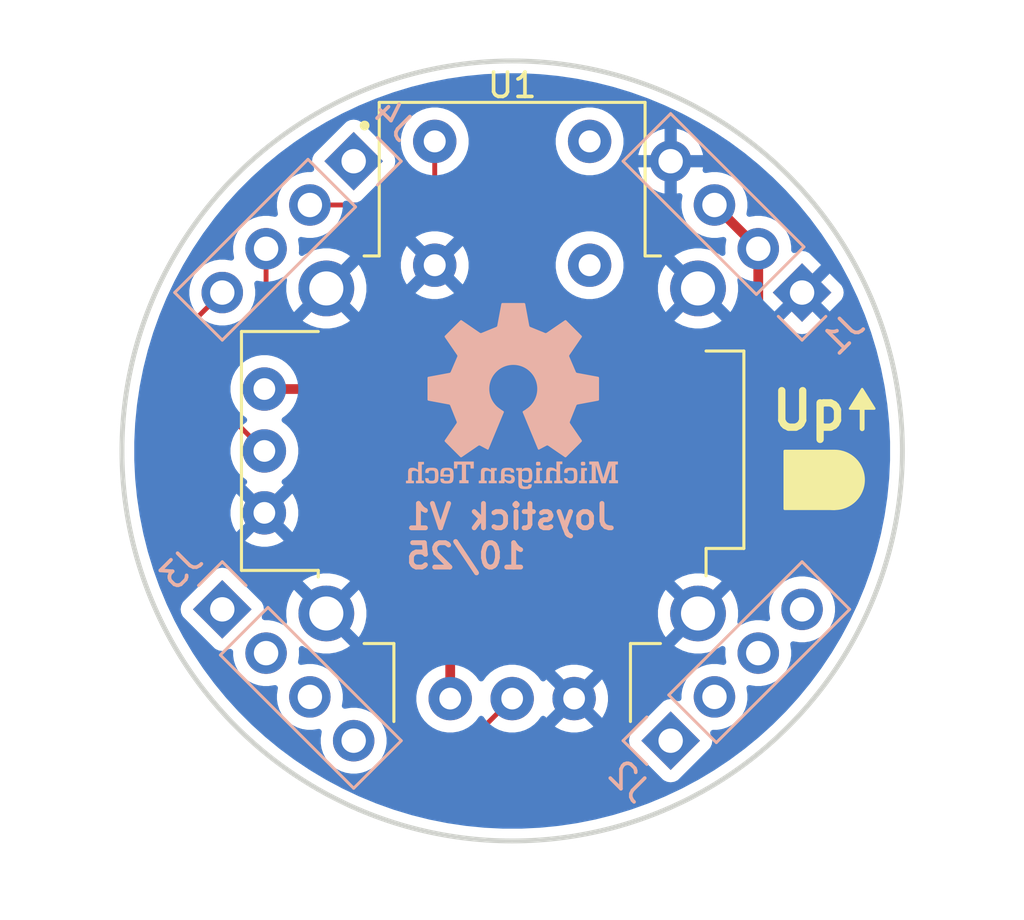
<source format=kicad_pcb>
(kicad_pcb (version 20241229) (generator "pcbnew") (generator_version "9.0")
  (layers (0 "F.Cu" signal) (2 "B.Cu" signal) (13 "F.Paste" user) (15 "B.Paste" user) (5 "F.SilkS" user "F.Silkscreen") (7 "B.SilkS" user "B.Silkscreen") (1 "F.Mask" user) (3 "B.Mask" user) (25 "Edge.Cuts" user))
  (net 0 "")
  (net 9 "Net-(J4-Pin_4)")
  (net 10 "GND")
  (net 11 "+5V")
  (net 12 "Net-(J4-Pin_3)")
  (net 13 "Net-(J4-Pin_2)")
  (footprint "Joystick:XDCR_COM-09032" (layer "F.Cu") (at 199 97)
    (property "Reference" "U1")
    (property "Value" "COM-09032")
  )
  (footprint "Connector_PinHeader_2.54mm:PinHeader_1x04_P2.54mm_Vertical" (layer "B.Cu") (at 192.501689 85.113535 135)
    (property "Reference" "J4")
    (property "Value" "Left Arm")
  )
  (footprint "Connector_PinHeader_2.54mm:PinHeader_1x04_P2.54mm_Vertical" (layer "B.Cu") (at 205.498311 108.886465 -45)
    (property "Reference" "J2")
    (property "Value" "Right Leg")
  )
  (footprint "Connector_PinHeader_2.54mm:PinHeader_1x04_P2.54mm_Vertical" (layer "B.Cu") (at 187.113535 103.498311 -135)
    (property "Reference" "J3")
    (property "Value" "Left Leg")
  )
  (footprint "Connector_PinHeader_2.54mm:PinHeader_1x04_P2.54mm_Vertical" (layer "B.Cu") (at 210.886465 90.501689 45)
    (property "Reference" "J1")
    (property "Value" "Right Arm")
  )
  (gr_circle (center 212.225 98.1875) (end 212.225 97) (stroke (width 0.1)) (fill yes) (layer "F.SilkS"))
  (gr_line (start 213.35 96.0875) (end 213.35 94.6125) (stroke (width 0.2)) (layer "F.SilkS"))
  (gr_poly (pts (xy 213.35 94.462379) (xy 212.85 95.2625) (xy 213.85 95.2625)) (stroke (width 0.1)) (fill yes) (layer "F.SilkS"))
  (gr_rect (start 210.175 97) (end 212.225 99.375) (stroke (width 0.1)) (fill yes) (layer "F.SilkS"))
  (gr_poly (pts (xy 198.776165 97.688777) (xy 198.740208 97.69066) (xy 198.707938 97.693958) (xy 198.679175 97.698797) (xy 198.666053 97.701835) (xy 198.653741 97.705308) (xy 198.642216 97.70923) (xy 198.631457 97.713619) (xy 198.62144 97.71849) (xy 198.612143 97.723859) (xy 198.603545 97.729743) (xy 198.595622 97.736158) (xy 198.588353 97.743119) (xy 198.581715 97.750643) (xy 198.575685 97.758747) (xy 198.570241 97.767445) (xy 198.565362 97.776755) (xy 198.561024 97.786692) (xy 198.557205 97.797272) (xy 198.553883 97.808513) (xy 198.551036 97.820429) (xy 198.548641 97.833036) (xy 198.545118 97.860392) (xy 198.543135 97.890709) (xy 198.542514 97.924115) (xy 198.542514 98.215138) (xy 198.453331 98.21985) (xy 198.453331 98.326649) (xy 198.683326 98.326649) (xy 198.690363 98.235107) (xy 198.703703 98.248238) (xy 198.716899 98.260373) (xy 198.730002 98.271534) (xy 198.743061 98.281739) (xy 198.756127 98.291011) (xy 198.769249 98.299368) (xy 198.782477 98.306833) (xy 198.795862 98.313425) (xy 198.809452 98.319164) (xy 198.823298 98.324072) (xy 198.837449 98.328168) (xy 198.851956 98.331474) (xy 198.866868 98.334009) (xy 198.882236 98.335795) (xy 198.898108 98.336851) (xy 198.914536 98.337199) (xy 198.927178 98.336973) (xy 198.939356 98.336303) (xy 198.951075 98.335198) (xy 198.962338 98.333666) (xy 198.973149 98.331718) (xy 198.983513 98.329361) (xy 198.993434 98.326607) (xy 199.002916 98.323463) (xy 199.011962 98.319939) (xy 199.020578 98.316045) (xy 199.028766 98.311789) (xy 199.036532 98.307181) (xy 199.043879 98.30223) (xy 199.050811 98.296946) (xy 199.057333 98.291337) (xy 199.063448 98.285413) (xy 199.069161 98.279183) (xy 199.074476 98.272656) (xy 199.079396 98.265842) (xy 199.083927 98.258749) (xy 199.088071 98.251388) (xy 199.091834 98.243767) (xy 199.095219 98.235896) (xy 199.09823 98.227783) (xy 199.100871 98.219439) (xy 199.103148 98.210872) (xy 199.105062 98.202091) (xy 199.10662 98.193106) (xy 199.108679 98.174561) (xy 199.109358 98.15531) (xy 199.109097 98.14594) (xy 198.965001 98.14594) (xy 198.964694 98.153779) (xy 198.964305 98.157632) (xy 198.963755 98.161435) (xy 198.96304 98.165181) (xy 198.962157 98.168865) (xy 198.961101 98.17248) (xy 198.959871 98.176023) (xy 198.958461 98.179486) (xy 198.95687 98.182865) (xy 198.955093 98.186154) (xy 198.953126 98.189347) (xy 198.950967 98.192439) (xy 198.948612 98.195423) (xy 198.946058 98.198296) (xy 198.943301 98.20105) (xy 198.940337 98.20368) (xy 198.937163 98.206182) (xy 198.933776 98.208548) (xy 198.930173 98.210774) (xy 198.926349 98.212854) (xy 198.922301 98.214783) (xy 198.918026 98.216554) (xy 198.913521 98.218162) (xy 198.908782 98.219603) (xy 198.903805 98.220869) (xy 198.898587 98.221956) (xy 198.893125 98.222857) (xy 198.887415 98.223568) (xy 198.881453 98.224083) (xy 198.875237 98.224396) (xy 198.868763 98.224502) (xy 198.868762 98.224502) (xy 198.85605 98.224238) (xy 198.843832 98.223431) (xy 198.832054 98.222062) (xy 198.82066 98.220108) (xy 198.809595 98.217551) (xy 198.798805 98.214368) (xy 198.788234 98.210539) (xy 198.777827 98.206044) (xy 198.76753 98.200861) (xy 198.757287 98.19497) (xy 198.747044 98.188351) (xy 198.736744 98.180982) (xy 198.726335 98.172843) (xy 198.715759 98.163913) (xy 198.704963 98.154172) (xy 198.69389 98.143598) (xy 198.69389 98.048507) (xy 198.772596 98.048507) (xy 198.802409 98.048982) (xy 198.82904 98.050381) (xy 198.852662 98.052666) (xy 198.873449 98.055801) (xy 198.891575 98.059747) (xy 198.907213 98.064467) (xy 198.920538 98.069923) (xy 198.926387 98.072915) (xy 198.931723 98.076078) (xy 198.936567 98.079405) (xy 198.940941 98.082893) (xy 198.944867 98.086537) (xy 198.948366 98.090331) (xy 198.951461 98.094272) (xy 198.954173 98.098355) (xy 198.958534 98.106927) (xy 198.961624 98.116009) (xy 198.963616 98.125564) (xy 198.964684 98.135554) (xy 198.965001 98.14594) (xy 199.109097 98.14594) (xy 199.108791 98.134968) (xy 199.106908 98.115365) (xy 199.10539 98.105865) (xy 199.103442 98.09658) (xy 199.101029 98.087519) (xy 199.09812 98.078692) (xy 199.094679 98.070109) (xy 199.090673 98.06178) (xy 199.086069 98.053715) (xy 199.080832 98.045923) (xy 199.074929 98.038415) (xy 199.068326 98.031201) (xy 199.060989 98.02429) (xy 199.052885 98.017692) (xy 199.043979 98.011418) (xy 199.034238 98.005477) (xy 199.023629 97.999878) (xy 199.012117 97.994633) (xy 198.999669 97.98975) (xy 198.986251 97.98524) (xy 198.971829 97.981113) (xy 198.95637 97.977378) (xy 198.939839 97.974045) (xy 198.922203 97.971125) (xy 198.903429 97.968626) (xy 198.883482 97.96656) (xy 198.862328 97.964936) (xy 198.839935 97.963763) (xy 198.816268 97.963053) (xy 198.791293 97.962814) (xy 198.693891 97.962814) (xy 198.693891 97.926408) (xy 198.694129 97.908917) (xy 198.694911 97.892914) (xy 198.696343 97.87835) (xy 198.698529 97.865176) (xy 198.699938 97.859094) (xy 198.701575 97.853342) (xy 198.703453 97.847911) (xy 198.705585 97.842797) (xy 198.707985 97.837993) (xy 198.710665 97.833493) (xy 198.713638 97.829291) (xy 198.716919 97.82538) (xy 198.720519 97.821754) (xy 198.724452 97.818407) (xy 198.72873 97.815333) (xy 198.733368 97.812525) (xy 198.738379 97.809978) (xy 198.743774 97.807685) (xy 198.749568 97.80564) (xy 198.755774 97.803836) (xy 198.762404 97.802268) (xy 198.769472 97.800929) (xy 198.776991 97.799814) (xy 198.784974 97.798915) (xy 198.802384 97.797742) (xy 198.821808 97.797363) (xy 198.839792 97.797642) (xy 198.855942 97.798497) (xy 198.870352 97.799953) (xy 198.883114 97.802037) (xy 198.888906 97.803322) (xy 198.894322 97.804773) (xy 198.899372 97.806395) (xy 198.904068 97.808189) (xy 198.908421 97.810159) (xy 198.912445 97.812309) (xy 198.916149 97.814642) (xy 198.919545 97.81716) (xy 198.922646 97.819867) (xy 198.925463 97.822767) (xy 198.928007 97.825862) (xy 198.930291 97.829156) (xy 198.932325 97.832653) (xy 198.934121 97.836354) (xy 198.935691 97.840263) (xy 198.937046 97.844385) (xy 198.93916 97.853275) (xy 198.940554 97.863052) (xy 198.941323 97.873739) (xy 198.941559 97.885363) (xy 199.081205 97.892365) (xy 199.080638 97.86474) (xy 199.078811 97.839456) (xy 199.077366 97.827669) (xy 199.075536 97.816439) (xy 199.073298 97.805755) (xy 199.070627 97.795609) (xy 199.067501 97.785991) (xy 199.063896 97.776891) (xy 199.059788 97.768299) (xy 199.055155 97.760205) (xy 199.049972 97.752601) (xy 199.044217 97.745476) (xy 199.037866 97.738821) (xy 199.030895 97.732626) (xy 199.023281 97.726881) (xy 199.015001 97.721576) (xy 199.006031 97.716703) (xy 198.996348 97.712252) (xy 198.985928 97.708211) (xy 198.974748 97.704573) (xy 198.962784 97.701328) (xy 198.950014 97.698465) (xy 198.936413 97.695975) (xy 198.921958 97.693848) (xy 198.906626 97.692075) (xy 198.890393 97.690646) (xy 198.855132 97.688782) (xy 198.815987 97.688178)) (stroke (width -0.000001)) (fill yes) (layer "B.SilkS"))
  (gr_poly (pts (xy 197.872431 97.688689) (xy 197.850687 97.690285) (xy 197.84052 97.69152) (xy 197.830813 97.693062) (xy 197.821561 97.694922) (xy 197.812756 97.697112) (xy 197.804392 97.699645) (xy 197.796461 97.702531) (xy 197.788956 97.705784) (xy 197.781871 97.709413) (xy 197.775198 97.713433) (xy 197.768932 97.717853) (xy 197.763064 97.722686) (xy 197.757589 97.727944) (xy 197.752498 97.733639) (xy 197.747787 97.739782) (xy 197.743446 97.746385) (xy 197.73947 97.75346) (xy 197.735852 97.761019) (xy 197.732584 97.769074) (xy 197.72966 97.777636) (xy 197.727074 97.786717) (xy 197.724817 97.796329) (xy 197.722884 97.806483) (xy 197.721267 97.817193) (xy 197.719959 97.828468) (xy 197.718245 97.852766) (xy 197.717685 97.879471) (xy 197.717685 98.215138) (xy 197.629702 98.22103) (xy 197.629702 98.326649) (xy 197.958315 98.326649) (xy 197.958315 98.22103) (xy 197.869115 98.215138) (xy 197.869115 97.918241) (xy 197.869398 97.903928) (xy 197.870281 97.890885) (xy 197.871811 97.879067) (xy 197.872833 97.873602) (xy 197.874036 97.868424) (xy 197.875424 97.863528) (xy 197.877004 97.858908) (xy 197.878782 97.854558) (xy 197.880763 97.850472) (xy 197.882955 97.846644) (xy 197.885362 97.843068) (xy 197.887991 97.839737) (xy 197.890848 97.836646) (xy 197.893939 97.833789) (xy 197.897269 97.83116) (xy 197.900846 97.828753) (xy 197.904674 97.826562) (xy 197.90876 97.82458) (xy 197.91311 97.822802) (xy 197.91773 97.821222) (xy 197.922626 97.819834) (xy 197.927804 97.818632) (xy 197.933269 97.817609) (xy 197.945088 97.816079) (xy 197.95813 97.815197) (xy 197.972443 97.814913) (xy 197.981743 97.815054) (xy 197.990782 97.815487) (xy 197.99963 97.816226) (xy 198.008356 97.817289) (xy 198.017028 97.818688) (xy 198.025714 97.820441) (xy 198.034484 97.822562) (xy 198.043407 97.825066) (xy 198.05255 97.827969) (xy 198.061983 97.831287) (xy 198.071775 97.835033) (xy 198.081993 97.839224) (xy 198.092708 97.843875) (xy 198.103987 97.849001) (xy 198.128513 97.860739) (xy 198.128513 98.215138) (xy 198.039295 98.22103) (xy 198.039295 98.326649) (xy 198.369071 98.326649) (xy 198.369071 98.22103) (xy 198.279889 98.215138) (xy 198.279889 97.810274) (xy 198.369071 97.804382) (xy 198.369071 97.698761) (xy 198.128513 97.698761) (xy 198.128513 97.779759) (xy 198.117335 97.770021) (xy 198.105808 97.760651) (xy 198.093912 97.751683) (xy 198.081624 97.743154) (xy 198.068925 97.735101) (xy 198.055793 97.727558) (xy 198.042208 97.720563) (xy 198.028149 97.714151) (xy 198.013595 97.708358) (xy 197.998525 97.70322) (xy 197.982918 97.698774) (xy 197.966753 97.695056) (xy 197.95001 97.692101) (xy 197.932668 97.689945) (xy 197.914706 97.688625) (xy 197.896102 97.688178)) (stroke (width -0.000001)) (fill yes) (layer "B.SilkS"))
  (gr_poly (pts (xy 200.813133 97.770763) (xy 200.801777 97.760867) (xy 200.790064 97.751345) (xy 200.777973 97.742235) (xy 200.765484 97.733571) (xy 200.752575 97.725391) (xy 200.739227 97.717731) (xy 200.725417 97.710627) (xy 200.711125 97.704116) (xy 200.696331 97.698235) (xy 200.681012 97.69302) (xy 200.665149 97.688507) (xy 200.64872 97.684733) (xy 200.631705 97.681734) (xy 200.614082 97.679546) (xy 200.595831 97.678207) (xy 200.576931 97.677753) (xy 200.552884 97.678271) (xy 200.530793 97.679892) (xy 200.520464 97.681145) (xy 200.510602 97.68271) (xy 200.501201 97.684599) (xy 200.492255 97.686823) (xy 200.483755 97.689394) (xy 200.475696 97.692326) (xy 200.468069 97.695629) (xy 200.460869 97.699315) (xy 200.454088 97.703398) (xy 200.447719 97.707888) (xy 200.441756 97.712798) (xy 200.43619 97.718139) (xy 200.431016 97.723925) (xy 200.426226 97.730166) (xy 200.421814 97.736876) (xy 200.417772 97.744065) (xy 200.414093 97.751746) (xy 200.410771 97.759931) (xy 200.407799 97.768633) (xy 200.405168 97.777862) (xy 200.402874 97.787632) (xy 200.400908 97.797953) (xy 200.399263 97.808839) (xy 200.397933 97.820301) (xy 200.39619 97.845002) (xy 200.395621 97.872151) (xy 200.395621 98.21334) (xy 200.306192 98.219301) (xy 200.306192 98.326649) (xy 200.640113 98.326649) (xy 200.640113 98.219301) (xy 200.54952 98.21334) (xy 200.54952 97.91154) (xy 200.549807 97.896992) (xy 200.550702 97.883738) (xy 200.552252 97.871727) (xy 200.553289 97.866173) (xy 200.554508 97.860912) (xy 200.555916 97.855937) (xy 200.557519 97.851243) (xy 200.559322 97.846823) (xy 200.561332 97.842672) (xy 200.563556 97.838782) (xy 200.565999 97.835149) (xy 200.568667 97.831765) (xy 200.571567 97.828625) (xy 200.574704 97.825723) (xy 200.578085 97.823052) (xy 200.581716 97.820607) (xy 200.585603 97.818381) (xy 200.589753 97.816369) (xy 200.59417 97.814563) (xy 200.598862 97.812958) (xy 200.603835 97.811549) (xy 200.609094 97.810328) (xy 200.614647 97.809289) (xy 200.626654 97.807736) (xy 200.639907 97.80684) (xy 200.654454 97.806552) (xy 200.663913 97.806695) (xy 200.673107 97.807133) (xy 200.682107 97.807883) (xy 200.690983 97.80896) (xy 200.699803 97.81038) (xy 200.708638 97.812157) (xy 200.717557 97.814309) (xy 200.72663 97.816849) (xy 200.735927 97.819794) (xy 200.745518 97.823159) (xy 200.755472 97.82696) (xy 200.765859 97.831213) (xy 200.776749 97.835932) (xy 200.788212 97.841134) (xy 200.813133 97.853048) (xy 200.813133 98.21334) (xy 200.722487 98.219301) (xy 200.722487 98.326649) (xy 201.057644 98.326649) (xy 201.057644 98.219301) (xy 200.966997 98.21334) (xy 200.966997 97.545355) (xy 201.057644 97.540575) (xy 201.057644 97.43199) (xy 200.813133 97.43199)) (stroke (width -0.000001)) (fill yes) (layer "B.SilkS"))
  (gr_poly (pts (xy 201.891638 97.441629) (xy 201.879335 97.442119) (xy 201.868414 97.443016) (xy 201.858796 97.444384) (xy 201.854452 97.445266) (xy 201.850403 97.446289) (xy 201.846641 97.447463) (xy 201.843155 97.448796) (xy 201.839935 97.450296) (xy 201.836972 97.45197) (xy 201.834256 97.453827) (xy 201.831777 97.455876) (xy 201.829524 97.458124) (xy 201.827489 97.460579) (xy 201.82566 97.46325) (xy 201.824029 97.466145) (xy 201.822585 97.469271) (xy 201.821319 97.472638) (xy 201.82022 97.476252) (xy 201.819279 97.480123) (xy 201.818486 97.484259) (xy 201.81783 97.488667) (xy 201.816894 97.498334) (xy 201.816389 97.509188) (xy 201.816239 97.521296) (xy 201.816389 97.533607) (xy 201.816894 97.544613) (xy 201.81783 97.554384) (xy 201.818486 97.558828) (xy 201.819279 97.56299) (xy 201.82022 97.566878) (xy 201.821319 97.570502) (xy 201.822585 97.57387) (xy 201.824029 97.57699) (xy 201.82566 97.579873) (xy 201.827489 97.582526) (xy 201.829524 97.584959) (xy 201.831777 97.58718) (xy 201.834256 97.589198) (xy 201.836972 97.591021) (xy 201.839935 97.59266) (xy 201.843155 97.594122) (xy 201.846641 97.595416) (xy 201.850403 97.596552) (xy 201.854452 97.597538) (xy 201.858796 97.598382) (xy 201.863447 97.599094) (xy 201.868414 97.599682) (xy 201.879335 97.600524) (xy 201.891638 97.600977) (xy 201.905404 97.601112) (xy 201.919793 97.600977) (xy 201.932642 97.600524) (xy 201.944037 97.599682) (xy 201.954061 97.598382) (xy 201.958585 97.597538) (xy 201.962798 97.596552) (xy 201.96671 97.595416) (xy 201.970332 97.594122) (xy 201.973675 97.59266) (xy 201.976749 97.591021) (xy 201.979565 97.589198) (xy 201.982133 97.58718) (xy 201.984463 97.584959) (xy 201.986567 97.582526) (xy 201.988455 97.579873) (xy 201.990137 97.57699) (xy 201.991623 97.57387) (xy 201.992925 97.570502) (xy 201.994053 97.566878) (xy 201.995018 97.56299) (xy 201.99583 97.558828) (xy 201.996499 97.554384) (xy 201.997452 97.544613) (xy 201.997962 97.533607) (xy 201.998114 97.521296) (xy 201.997962 97.509188) (xy 201.997452 97.498334) (xy 201.996499 97.488667) (xy 201.99583 97.484259) (xy 201.995018 97.480123) (xy 201.994053 97.476252) (xy 201.992925 97.472638) (xy 201.991623 97.469271) (xy 201.990137 97.466145) (xy 201.988455 97.46325) (xy 201.986567 97.460579) (xy 201.984463 97.458124) (xy 201.982133 97.455876) (xy 201.979565 97.453827) (xy 201.976749 97.45197) (xy 201.973675 97.450296) (xy 201.970332 97.448796) (xy 201.96671 97.447463) (xy 201.962798 97.446289) (xy 201.958585 97.445266) (xy 201.954061 97.444384) (xy 201.949215 97.443637) (xy 201.944037 97.443016) (xy 201.932642 97.442119) (xy 201.919793 97.441629) (xy 201.905404 97.44148)) (stroke (width -0.000001)) (fill yes) (layer "B.SilkS"))
  (gr_poly (pts (xy 201.82677 98.215138) (xy 201.738787 98.22103) (xy 201.738787 98.326649) (xy 202.06738 98.326649) (xy 202.06738 98.22103) (xy 201.976965 98.215138) (xy 201.976965 97.810274) (xy 202.06738 97.805564) (xy 202.06738 97.698761) (xy 201.82677 97.698761)) (stroke (width -0.000001)) (fill yes) (layer "B.SilkS"))
  (gr_poly (pts (xy 196.282176 97.688787) (xy 196.244933 97.690801) (xy 196.227908 97.692422) (xy 196.211906 97.694497) (xy 196.196897 97.697061) (xy 196.182851 97.70015) (xy 196.169736 97.703797) (xy 196.157522 97.708038) (xy 196.14618 97.712906) (xy 196.135677 97.718437) (xy 196.125985 97.724665) (xy 196.117071 97.731625) (xy 196.108907 97.739351) (xy 196.10146 97.747879) (xy 196.094702 97.757241) (xy 196.0886 97.767474) (xy 196.083125 97.778612) (xy 196.078247 97.790689) (xy 196.073934 97.80374) (xy 196.070156 97.8178) (xy 196.066883 97.832902) (xy 196.064083 97.849083) (xy 196.061728 97.866376) (xy 196.059785 97.884816) (xy 196.057018 97.925276) (xy 196.055536 97.970739) (xy 196.055096 98.021482) (xy 196.055182 98.026529) (xy 196.055453 98.031098) (xy 196.055927 98.035213) (xy 196.056246 98.037105) (xy 196.056623 98.038892) (xy 196.05706 98.040575) (xy 196.05756 98.042157) (xy 196.058125 98.043641) (xy 196.058757 98.045029) (xy 196.059458 98.046324) (xy 196.060232 98.047529) (xy 196.061079 98.048645) (xy 196.062004 98.049677) (xy 196.063008 98.050625) (xy 196.064092 98.051494) (xy 196.065261 98.052285) (xy 196.066516 98.053001) (xy 196.067859 98.053645) (xy 196.069293 98.05422) (xy 196.07082 98.054727) (xy 196.072442 98.05517) (xy 196.074162 98.055551) (xy 196.075983 98.055873) (xy 196.079933 98.056349) (xy 196.084313 98.056619) (xy 196.08914 98.056705) (xy 196.454141 98.056705) (xy 196.453257 98.083585) (xy 196.45186 98.107545) (xy 196.449849 98.128751) (xy 196.447121 98.147364) (xy 196.443576 98.163548) (xy 196.441465 98.170781) (xy 196.439112 98.177468) (xy 196.436503 98.183629) (xy 196.433626 98.189286) (xy 196.430469 98.194458) (xy 196.427019 98.199165) (xy 196.423262 98.20343) (xy 196.419187 98.207271) (xy 196.414781 98.210709) (xy 196.410031 98.213765) (xy 196.404923 98.216459) (xy 196.399447 98.218811) (xy 196.393588 98.220843) (xy 196.387334 98.222574) (xy 196.373592 98.225215) (xy 196.358117 98.2269) (xy 196.340809 98.22779) (xy 196.321567 98.228051) (xy 196.301939 98.227822) (xy 196.284377 98.227103) (xy 196.268771 98.225844) (xy 196.255009 98.223995) (xy 196.242982 98.221506) (xy 196.237584 98.220006) (xy 196.232579 98.218328) (xy 196.227953 98.216464) (xy 196.223691 98.21441) (xy 196.21978 98.212159) (xy 196.216206 98.209704) (xy 196.212955 98.207039) (xy 196.210015 98.204159) (xy 196.20737 98.201057) (xy 196.205007 98.197726) (xy 196.202912 98.19416) (xy 196.201072 98.190354) (xy 196.199472 98.186301) (xy 196.1981 98.181995) (xy 196.19598 98.172598) (xy 196.194602 98.162114) (xy 196.193857 98.150493) (xy 196.193633 98.137685) (xy 196.056278 98.131794) (xy 196.056756 98.160599) (xy 196.058338 98.186787) (xy 196.059613 98.198931) (xy 196.061248 98.21046) (xy 196.063271 98.221387) (xy 196.065709 98.231725) (xy 196.068591 98.241487) (xy 196.071945 98.250686) (xy 196.075798 98.259336) (xy 196.080179 98.267448) (xy 196.085115 98.275038) (xy 196.090635 98.282117) (xy 196.096765 98.288698) (xy 196.103535 98.294796) (xy 196.110972 98.300422) (xy 196.119104 98.30559) (xy 196.127959 98.310314) (xy 196.137564 98.314605) (xy 196.147949 98.318478) (xy 196.15914 98.321946) (xy 196.171166 98.325021) (xy 196.184055 98.327716) (xy 196.197834 98.330046) (xy 196.212531 98.332022) (xy 196.228175 98.333659) (xy 196.244793 98.334968) (xy 196.281064 98.336658) (xy 196.321567 98.337199) (xy 196.363176 98.336539) (xy 196.400569 98.334398) (xy 196.41775 98.332696) (xy 196.433956 98.330532) (xy 196.449213 98.327875) (xy 196.463549 98.324695) (xy 196.476989 98.320962) (xy 196.489559 98.316645) (xy 196.501287 98.311713) (xy 196.512198 98.306136) (xy 196.52232 98.299883) (xy 196.531678 98.292924) (xy 196.540299 98.285229) (xy 196.548209 98.276766) (xy 196.555435 98.267506) (xy 196.562003 98.257417) (xy 196.56794 98.24647) (xy 196.573273 98.234634) (xy 196.578026 98.221877) (xy 196.582228 98.20817) (xy 196.585904 98.193483) (xy 196.589081 98.177784) (xy 196.591785 98.161043) (xy 196.594043 98.14323) (xy 196.597325 98.104264) (xy 196.599139 98.060642) (xy 196.599697 98.012119) (xy 196.599142 97.963997) (xy 196.454141 97.963997) (xy 196.194814 97.963997) (xy 196.195736 97.937742) (xy 196.197234 97.914328) (xy 196.199388 97.893597) (xy 196.202278 97.87539) (xy 196.204025 97.867183) (xy 196.205986 97.859549) (xy 196.208173 97.852466) (xy 196.210594 97.845916) (xy 196.213259 97.839878) (xy 196.21618 97.834333) (xy 196.219366 97.82926) (xy 196.222827 97.824641) (xy 196.226573 97.820455) (xy 196.230615 97.816682) (xy 196.234963 97.813303) (xy 196.239625 97.810298) (xy 196.244614 97.807647) (xy 196.249939 97.80533) (xy 196.255609 97.803328) (xy 196.261636 97.801621) (xy 196.274797 97.799011) (xy 196.289504 97.797343) (xy 196.305837 97.796458) (xy 196.323878 97.796198) (xy 196.342519 97.796458) (xy 196.359326 97.797343) (xy 196.367071 97.798069) (xy 196.374392 97.799011) (xy 196.381302 97.800188) (xy 196.387811 97.801621) (xy 196.393931 97.803328) (xy 196.399674 97.80533) (xy 196.405052 97.807647) (xy 196.410076 97.810298) (xy 196.414757 97.813303) (xy 196.419108 97.816682) (xy 196.42314 97.820455) (xy 196.426865 97.824641) (xy 196.430294 97.82926) (xy 196.433438 97.834333) (xy 196.436311 97.839878) (xy 196.438922 97.845916) (xy 196.441284 97.852466) (xy 196.443409 97.859549) (xy 196.445307 97.867183) (xy 196.446991 97.87539) (xy 196.448472 97.884187) (xy 196.449763 97.893597) (xy 196.451816 97.914328) (xy 196.453245 97.937742) (xy 196.454141 97.963997) (xy 196.599142 97.963997) (xy 196.59914 97.963803) (xy 196.597329 97.920361) (xy 196.594058 97.88155) (xy 196.589117 97.847128) (xy 196.585955 97.831487) (xy 196.582298 97.816852) (xy 196.57812 97.803194) (xy 196.573394 97.790481) (xy 196.568095 97.778683) (xy 196.562197 97.767771) (xy 196.555673 97.757714) (xy 196.548498 97.748481) (xy 196.540645 97.740043) (xy 196.532089 97.732368) (xy 196.522804 97.725427) (xy 196.512763 97.71919) (xy 196.50194 97.713626) (xy 196.49031 97.708704) (xy 196.477847 97.704395) (xy 196.464524 97.700668) (xy 196.450315 97.697493) (xy 196.435195 97.69484) (xy 196.402117 97.690977) (xy 196.365081 97.688837) (xy 196.323878 97.688178)) (stroke (width -0.000001)) (fill yes) (layer "B.SilkS"))
  (gr_poly (pts (xy 200.052308 97.441629) (xy 200.040005 97.442119) (xy 200.029084 97.443016) (xy 200.019466 97.444384) (xy 200.015121 97.445266) (xy 200.011073 97.446289) (xy 200.007311 97.447463) (xy 200.003825 97.448796) (xy 200.000605 97.450296) (xy 199.997642 97.45197) (xy 199.994926 97.453827) (xy 199.992447 97.455876) (xy 199.990194 97.458124) (xy 199.988159 97.460579) (xy 199.98633 97.46325) (xy 199.984699 97.466145) (xy 199.983255 97.469271) (xy 199.981989 97.472638) (xy 199.98089 97.476252) (xy 199.979949 97.480123) (xy 199.979156 97.484259) (xy 199.9785 97.488667) (xy 199.977563 97.498334) (xy 199.977059 97.509188) (xy 199.976909 97.521296) (xy 199.977059 97.533607) (xy 199.977563 97.544613) (xy 199.9785 97.554384) (xy 199.979156 97.558828) (xy 199.979949 97.56299) (xy 199.98089 97.566878) (xy 199.981989 97.570502) (xy 199.983255 97.57387) (xy 199.984699 97.57699) (xy 199.98633 97.579873) (xy 199.988158 97.582526) (xy 199.990194 97.584959) (xy 199.992446 97.58718) (xy 199.994926 97.589198) (xy 199.997642 97.591021) (xy 200.000605 97.59266) (xy 200.003824 97.594122) (xy 200.00731 97.595416) (xy 200.011073 97.596552) (xy 200.015121 97.597538) (xy 200.019466 97.598382) (xy 200.024117 97.599094) (xy 200.029084 97.599682) (xy 200.040005 97.600524) (xy 200.052308 97.600977) (xy 200.066073 97.601112) (xy 200.080462 97.600977) (xy 200.093312 97.600524) (xy 200.104706 97.599682) (xy 200.11473 97.598382) (xy 200.119254 97.597538) (xy 200.123467 97.596552) (xy 200.12738 97.595416) (xy 200.131002 97.594122) (xy 200.134345 97.59266) (xy 200.137419 97.591021) (xy 200.140235 97.589198) (xy 200.142803 97.58718) (xy 200.145133 97.584959) (xy 200.147237 97.582526) (xy 200.149124 97.579873) (xy 200.150806 97.57699) (xy 200.152293 97.57387) (xy 200.153595 97.570502) (xy 200.154723 97.566878) (xy 200.155688 97.56299) (xy 200.1565 97.558828) (xy 200.157169 97.554384) (xy 200.158122 97.544613) (xy 200.158632 97.533607) (xy 200.158784 97.521296) (xy 200.158632 97.509188) (xy 200.158122 97.498334) (xy 200.157169 97.488667) (xy 200.1565 97.484259) (xy 200.155688 97.480123) (xy 200.154724 97.476252) (xy 200.153595 97.472638) (xy 200.152293 97.469271) (xy 200.150807 97.466145) (xy 200.149125 97.46325) (xy 200.147237 97.460579) (xy 200.145133 97.458124) (xy 200.142803 97.455876) (xy 200.140235 97.453827) (xy 200.137419 97.45197) (xy 200.134345 97.450296) (xy 200.131002 97.448796) (xy 200.12738 97.447463) (xy 200.123467 97.446289) (xy 200.119254 97.445266) (xy 200.11473 97.444384) (xy 200.109885 97.443637) (xy 200.104707 97.443016) (xy 200.093312 97.442119) (xy 200.080463 97.441629) (xy 200.066073 97.44148)) (stroke (width -0.000001)) (fill yes) (layer "B.SilkS"))
  (gr_poly (pts (xy 198.465309 91.978488) (xy 197.687434 92.280112) (xy 196.941309 91.724487) (xy 196.369809 92.311863) (xy 196.830184 93.089738) (xy 196.512684 93.867612) (xy 195.607809 94.089863) (xy 195.607809 94.835988) (xy 196.449184 95.010612) (xy 196.576184 95.185238) (xy 196.830184 95.820237) (xy 196.369809 96.598113) (xy 196.941309 97.153737) (xy 197.306434 96.867987) (xy 197.687434 96.693362) (xy 197.957309 96.852112) (xy 198.512934 95.439238) (xy 198.354184 95.312238) (xy 198.116059 95.010612) (xy 197.957309 94.581987) (xy 198.052559 94.089863) (xy 198.195434 93.804112) (xy 198.512934 93.534238) (xy 199.005059 93.391363) (xy 199.433684 93.454863) (xy 199.878184 93.788237) (xy 200.116309 94.296238) (xy 200.036934 94.978862) (xy 199.544809 95.407487) (xy 200.116309 96.804487) (xy 200.449684 96.709237) (xy 201.179934 97.153737) (xy 201.735559 96.598113) (xy 201.259309 95.883737) (xy 201.576809 95.026487) (xy 202.449928 94.820112) (xy 202.449928 94.089863) (xy 201.576809 93.883488) (xy 201.259309 93.073863) (xy 201.735559 92.295988) (xy 201.179934 91.724487) (xy 200.370309 92.295988) (xy 199.640059 91.978488) (xy 199.433684 91.025988) (xy 198.655809 91.010113)) (stroke (width -0.000001)) (fill yes) (layer "B.SilkS"))
  (gr_poly (pts (xy 199.987457 98.215138) (xy 199.899386 98.22103) (xy 199.899386 98.326649) (xy 200.227999 98.326649) (xy 200.227999 98.22103) (xy 200.137652 98.215138) (xy 200.137652 97.810274) (xy 200.227999 97.805564) (xy 200.227999 97.698761) (xy 199.987457 97.698761)) (stroke (width -0.000001)) (fill yes) (layer "B.SilkS"))
  (gr_poly (pts (xy 201.356589 97.688707) (xy 201.320428 97.690377) (xy 201.28821 97.69331) (xy 201.259723 97.697627) (xy 201.24681 97.700343) (xy 201.234749 97.703451) (xy 201.223513 97.706966) (xy 201.213075 97.710903) (xy 201.203408 97.715277) (xy 201.194486 97.720105) (xy 201.18628 97.7254) (xy 201.178766 97.731179) (xy 201.171915 97.737456) (xy 201.1657 97.744247) (xy 201.160096 97.751567) (xy 201.155074 97.759432) (xy 201.150609 97.767855) (xy 201.146673 97.776854) (xy 201.143239 97.786442) (xy 201.140281 97.796636) (xy 201.137771 97.80745) (xy 201.135684 97.8189) (xy 201.132666 97.843768) (xy 201.131013 97.871361) (xy 201.13051 97.901802) (xy 201.270174 97.908804) (xy 201.270425 97.894285) (xy 201.27124 97.881037) (xy 201.271891 97.874875) (xy 201.272719 97.869014) (xy 201.273738 97.863448) (xy 201.27496 97.85817) (xy 201.276397 97.853176) (xy 201.27806 97.848459) (xy 201.279963 97.844014) (xy 201.282118 97.839835) (xy 201.284536 97.835916) (xy 201.287231 97.832251) (xy 201.290214 97.828835) (xy 201.293498 97.825662) (xy 201.297094 97.822725) (xy 201.301015 97.82002) (xy 201.305274 97.817541) (xy 201.309883 97.815281) (xy 201.314853 97.813235) (xy 201.320197 97.811397) (xy 201.325928 97.809762) (xy 201.332057 97.808323) (xy 201.338597 97.807076) (xy 201.345561 97.806013) (xy 201.352959 97.80513) (xy 201.360805 97.80442) (xy 201.377889 97.803498) (xy 201.39691 97.803201) (xy 201.41754 97.803536) (xy 201.435956 97.804669) (xy 201.444371 97.805596) (xy 201.452278 97.806794) (xy 201.459692 97.808288) (xy 201.466629 97.810101) (xy 201.473104 97.812259) (xy 201.479131 97.814785) (xy 201.484727 97.817702) (xy 201.489906 97.821036) (xy 201.494684 97.82481) (xy 201.499076 97.829048) (xy 201.503097 97.833774) (xy 201.506763 97.839013) (xy 201.510088 97.844787) (xy 201.513088 97.851122) (xy 201.515779 97.858042) (xy 201.518175 97.86557) (xy 201.520291 97.87373) (xy 201.522144 97.882548) (xy 201.523748 97.892045) (xy 201.525118 97.902247) (xy 201.52627 97.913178) (xy 201.527219 97.924862) (xy 201.528568 97.950584) (xy 201.529289 97.979606) (xy 201.529502 98.012119) (xy 201.529289 98.044827) (xy 201.528568 98.073992) (xy 201.527219 98.099813) (xy 201.525118 98.122486) (xy 201.522144 98.142211) (xy 201.518175 98.159183) (xy 201.515779 98.166699) (xy 201.513088 98.173601) (xy 201.510088 98.179914) (xy 201.506763 98.185663) (xy 201.503097 98.190872) (xy 201.499076 98.195566) (xy 201.494684 98.199769) (xy 201.489906 98.203507) (xy 201.484727 98.206804) (xy 201.479131 98.209684) (xy 201.473104 98.212174) (xy 201.466629 98.214296) (xy 201.452278 98.217538) (xy 201.435956 98.21961) (xy 201.41754 98.220708) (xy 201.39691 98.22103) (xy 201.377697 98.220786) (xy 201.360471 98.220014) (xy 201.345128 98.218655) (xy 201.331566 98.216647) (xy 201.325421 98.215382) (xy 201.319682 98.213932) (xy 201.314336 98.212289) (xy 201.309371 98.210447) (xy 201.304774 98.208398) (xy 201.300532 98.206134) (xy 201.296632 98.203647) (xy 201.293061 98.200931) (xy 201.289806 98.197978) (xy 201.286855 98.19478) (xy 201.284194 98.191329) (xy 201.281811 98.187619) (xy 201.279693 98.183641) (xy 201.277826 98.179388) (xy 201.276198 98.174853) (xy 201.274796 98.170028) (xy 201.273608 98.164905) (xy 201.27262 98.159477) (xy 201.271192 98.147676) (xy 201.270412 98.134564) (xy 201.270174 98.120082) (xy 201.13051 98.11419) (xy 201.130974 98.146291) (xy 201.132521 98.175337) (xy 201.135381 98.201462) (xy 201.137376 98.213472) (xy 201.139785 98.224803) (xy 201.142637 98.235472) (xy 201.145962 98.245496) (xy 201.149788 98.254892) (xy 201.154144 98.263677) (xy 201.159058 98.271867) (xy 201.16456 98.279481) (xy 201.170679 98.286534) (xy 201.177443 98.293044) (xy 201.18488 98.299028) (xy 201.19302 98.304503) (xy 201.201892 98.309485) (xy 201.211525 98.313993) (xy 201.221946 98.318042) (xy 201.233186 98.32165) (xy 201.245272 98.324833) (xy 201.258234 98.32761) (xy 201.272101 98.329996) (xy 201.2869 98.332009) (xy 201.319415 98.334983) (xy 201.356008 98.336667) (xy 201.39691 98.337199) (xy 201.43852 98.336539) (xy 201.475912 98.334398) (xy 201.493093 98.332696) (xy 201.509299 98.330532) (xy 201.524557 98.327875) (xy 201.538892 98.324695) (xy 201.552332 98.320962) (xy 201.564902 98.316645) (xy 201.57663 98.311713) (xy 201.587541 98.306136) (xy 201.597663 98.299883) (xy 201.607021 98.292924) (xy 201.615642 98.285229) (xy 201.623552 98.276766) (xy 201.630778 98.267506) (xy 201.637346 98.257417) (xy 201.643283 98.24647) (xy 201.648616 98.234634) (xy 201.653369 98.221877) (xy 201.657571 98.20817) (xy 201.661247 98.193483) (xy 201.664424 98.177784) (xy 201.667128 98.161043) (xy 201.669385 98.14323) (xy 201.672668 98.104264) (xy 201.674482 98.060642) (xy 201.67504 98.012119) (xy 201.674482 97.963803) (xy 201.672668 97.920361) (xy 201.669385 97.88155) (xy 201.664424 97.847128) (xy 201.661247 97.831487) (xy 201.657571 97.816852) (xy 201.653369 97.803194) (xy 201.648616 97.790481) (xy 201.643283 97.778683) (xy 201.637346 97.767771) (xy 201.630778 97.757714) (xy 201.623552 97.748481) (xy 201.615642 97.740043) (xy 201.607021 97.732368) (xy 201.597663 97.725427) (xy 201.587541 97.71919) (xy 201.57663 97.713626) (xy 201.564902 97.708704) (xy 201.552332 97.704395) (xy 201.538892 97.700668) (xy 201.524557 97.697493) (xy 201.509299 97.69484) (xy 201.475912 97.690977) (xy 201.43852 97.688837) (xy 201.39691 97.688178)) (stroke (width -0.000001)) (fill yes) (layer "B.SilkS"))
  (gr_poly (pts (xy 195.661086 97.688707) (xy 195.624928 97.690377) (xy 195.592713 97.69331) (xy 195.564226 97.697627) (xy 195.551313 97.700343) (xy 195.539252 97.703451) (xy 195.528016 97.706966) (xy 195.517577 97.710903) (xy 195.507909 97.715277) (xy 195.498985 97.720105) (xy 195.490778 97.7254) (xy 195.483262 97.731179) (xy 195.476409 97.737456) (xy 195.470193 97.744247) (xy 195.464586 97.751567) (xy 195.459563 97.759432) (xy 195.455096 97.767855) (xy 195.451158 97.776854) (xy 195.447722 97.786442) (xy 195.444762 97.796636) (xy 195.442251 97.80745) (xy 195.440162 97.8189) (xy 195.437142 97.843768) (xy 195.435488 97.871361) (xy 195.434984 97.901802) (xy 195.57463 97.908804) (xy 195.57488 97.894285) (xy 195.575697 97.881037) (xy 195.576348 97.874875) (xy 195.577177 97.869014) (xy 195.578196 97.863448) (xy 195.579419 97.85817) (xy 195.580856 97.853176) (xy 195.582521 97.848459) (xy 195.584425 97.844014) (xy 195.58658 97.839835) (xy 195.589 97.835916) (xy 195.591695 97.832251) (xy 195.59468 97.828835) (xy 195.597964 97.825662) (xy 195.601562 97.822725) (xy 195.605485 97.82002) (xy 195.609745 97.817541) (xy 195.614355 97.815281) (xy 195.619327 97.813235) (xy 195.624673 97.811397) (xy 195.630405 97.809762) (xy 195.636536 97.808323) (xy 195.643077 97.807076) (xy 195.650042 97.806013) (xy 195.657442 97.80513) (xy 195.66529 97.80442) (xy 195.682377 97.803498) (xy 195.701402 97.803201) (xy 195.722038 97.803536) (xy 195.740459 97.804669) (xy 195.748877 97.805596) (xy 195.756786 97.806794) (xy 195.764202 97.808288) (xy 195.771141 97.810101) (xy 195.777618 97.812259) (xy 195.783647 97.814785) (xy 195.789244 97.817702) (xy 195.794425 97.821036) (xy 195.799204 97.82481) (xy 195.803597 97.829048) (xy 195.807619 97.833774) (xy 195.811285 97.839013) (xy 195.814611 97.844787) (xy 195.817612 97.851122) (xy 195.820303 97.858042) (xy 195.8227 97.86557) (xy 195.824817 97.87373) (xy 195.82667 97.882548) (xy 195.828274 97.892045) (xy 195.829644 97.902247) (xy 195.830796 97.913178) (xy 195.831745 97.924862) (xy 195.833095 97.950584) (xy 195.833815 97.979606) (xy 195.834028 98.012119) (xy 195.833815 98.044827) (xy 195.833095 98.073992) (xy 195.831745 98.099813) (xy 195.829644 98.122486) (xy 195.82667 98.142211) (xy 195.8227 98.159183) (xy 195.820303 98.166699) (xy 195.817612 98.173601) (xy 195.814611 98.179914) (xy 195.811285 98.185663) (xy 195.807619 98.190872) (xy 195.803597 98.195566) (xy 195.799204 98.199769) (xy 195.794425 98.203507) (xy 195.789244 98.206804) (xy 195.783647 98.209684) (xy 195.777618 98.212174) (xy 195.771141 98.214296) (xy 195.756786 98.217538) (xy 195.740459 98.21961) (xy 195.722038 98.220708) (xy 195.701402 98.22103) (xy 195.682185 98.220786) (xy 195.664956 98.220014) (xy 195.64961 98.218655) (xy 195.636045 98.216647) (xy 195.629898 98.215382) (xy 195.624157 98.213932) (xy 195.61881 98.212289) (xy 195.613844 98.210447) (xy 195.609245 98.208398) (xy 195.605002 98.206134) (xy 195.6011 98.203647) (xy 195.597528 98.200931) (xy 195.594272 98.197978) (xy 195.59132 98.19478) (xy 195.588658 98.191329) (xy 195.586273 98.187619) (xy 195.584154 98.183641) (xy 195.582286 98.179388) (xy 195.580658 98.174853) (xy 195.579255 98.170028) (xy 195.578066 98.164905) (xy 195.577077 98.159477) (xy 195.575649 98.147676) (xy 195.574868 98.134564) (xy 195.57463 98.120082) (xy 195.434984 98.11419) (xy 195.435449 98.146291) (xy 195.436997 98.175337) (xy 195.43986 98.201462) (xy 195.441856 98.213472) (xy 195.444266 98.224803) (xy 195.447121 98.235472) (xy 195.450447 98.245496) (xy 195.454275 98.254892) (xy 195.458633 98.263677) (xy 195.463549 98.271867) (xy 195.469053 98.279481) (xy 195.475173 98.286534) (xy 195.481939 98.293044) (xy 195.489378 98.299028) (xy 195.49752 98.304503) (xy 195.506393 98.309485) (xy 195.516026 98.313993) (xy 195.526449 98.318042) (xy 195.537689 98.32165) (xy 195.549776 98.324833) (xy 195.562738 98.32761) (xy 195.576604 98.329996) (xy 195.591403 98.332009) (xy 195.623916 98.334983) (xy 195.660505 98.336667) (xy 195.701402 98.337199) (xy 195.743017 98.336539) (xy 195.780415 98.334398) (xy 195.797599 98.332696) (xy 195.813807 98.330532) (xy 195.829067 98.327875) (xy 195.843404 98.324695) (xy 195.856845 98.320962) (xy 195.869418 98.316645) (xy 195.881147 98.311713) (xy 195.89206 98.306136) (xy 195.902182 98.299883) (xy 195.911541 98.292924) (xy 195.920163 98.285229) (xy 195.928074 98.276766) (xy 195.935301 98.267506) (xy 195.94187 98.257417) (xy 195.947808 98.24647) (xy 195.953141 98.234634) (xy 195.957895 98.221877) (xy 195.962097 98.20817) (xy 195.965773 98.193483) (xy 195.96895 98.177784) (xy 195.971654 98.161043) (xy 195.973912 98.14323) (xy 195.977195 98.104264) (xy 195.979009 98.060642) (xy 195.979567 98.012119) (xy 195.979009 97.963803) (xy 195.977195 97.920361) (xy 195.973912 97.88155) (xy 195.96895 97.847128) (xy 195.965773 97.831487) (xy 195.962097 97.816852) (xy 195.957895 97.803194) (xy 195.953141 97.790481) (xy 195.947808 97.778683) (xy 195.941871 97.767771) (xy 195.935302 97.757714) (xy 195.928075 97.748481) (xy 195.920164 97.740043) (xy 195.911542 97.732368) (xy 195.902183 97.725427) (xy 195.89206 97.71919) (xy 195.881147 97.713626) (xy 195.869418 97.708704) (xy 195.856846 97.704395) (xy 195.843404 97.700668) (xy 195.829067 97.697493) (xy 195.813807 97.69484) (xy 195.780415 97.690977) (xy 195.743017 97.688837) (xy 195.701402 97.688178)) (stroke (width -0.000001)) (fill yes) (layer "B.SilkS"))
  (gr_poly (pts (xy 195.143166 97.779759) (xy 195.131986 97.770021) (xy 195.120456 97.760651) (xy 195.108556 97.751683) (xy 195.096266 97.743154) (xy 195.083564 97.735101) (xy 195.07043 97.727558) (xy 195.056843 97.720563) (xy 195.042782 97.714151) (xy 195.028226 97.708358) (xy 195.013155 97.70322) (xy 194.997548 97.698774) (xy 194.981383 97.695056) (xy 194.964641 97.692101) (xy 194.9473 97.689945) (xy 194.92934 97.688625) (xy 194.910739 97.688178) (xy 194.887071 97.688689) (xy 194.865329 97.690285) (xy 194.855163 97.69152) (xy 194.845458 97.693062) (xy 194.836207 97.694922) (xy 194.827403 97.697112) (xy 194.819039 97.699645) (xy 194.811109 97.702531) (xy 194.803605 97.705784) (xy 194.79652 97.709413) (xy 194.789849 97.713433) (xy 194.783583 97.717853) (xy 194.777715 97.722686) (xy 194.77224 97.727944) (xy 194.76715 97.733639) (xy 194.762439 97.739782) (xy 194.758098 97.746385) (xy 194.754123 97.75346) (xy 194.750505 97.761019) (xy 194.747237 97.769074) (xy 194.744313 97.777636) (xy 194.741727 97.786717) (xy 194.73947 97.796329) (xy 194.737537 97.806483) (xy 194.73592 97.817193) (xy 194.734612 97.828468) (xy 194.732898 97.852766) (xy 194.732339 97.879471) (xy 194.732339 98.215138) (xy 194.644339 98.22103) (xy 194.644339 98.326649) (xy 194.973004 98.326649) (xy 194.973004 98.22103) (xy 194.883769 98.215138) (xy 194.883769 97.918241) (xy 194.884053 97.903928) (xy 194.884935 97.890885) (xy 194.886463 97.879067) (xy 194.887485 97.873602) (xy 194.888687 97.868424) (xy 194.890074 97.863528) (xy 194.891653 97.858908) (xy 194.893429 97.854558) (xy 194.895409 97.850472) (xy 194.897599 97.846644) (xy 194.900005 97.843068) (xy 194.902632 97.839737) (xy 194.905487 97.836646) (xy 194.908576 97.833789) (xy 194.911904 97.83116) (xy 194.915478 97.828753) (xy 194.919303 97.826562) (xy 194.923387 97.82458) (xy 194.927734 97.822802) (xy 194.932351 97.821222) (xy 194.937243 97.819834) (xy 194.942417 97.818632) (xy 194.947879 97.817609) (xy 194.959689 97.816079) (xy 194.972723 97.815197) (xy 194.987027 97.814913) (xy 194.996336 97.815054) (xy 195.005383 97.815487) (xy 195.014239 97.816226) (xy 195.02297 97.817289) (xy 195.031648 97.818688) (xy 195.040339 97.820441) (xy 195.049113 97.822562) (xy 195.058039 97.825066) (xy 195.067186 97.827969) (xy 195.076622 97.831287) (xy 195.086416 97.835033) (xy 195.096637 97.839224) (xy 195.107353 97.843875) (xy 195.118635 97.849001) (xy 195.143166 97.860739) (xy 195.143166 98.215138) (xy 195.053914 98.22103) (xy 195.053914 98.326649) (xy 195.383708 98.326649) (xy 195.383708 98.22103) (xy 195.294526 98.215138) (xy 195.294526 97.55795) (xy 195.383708 97.553222) (xy 195.383708 97.446454) (xy 195.143166 97.446454)) (stroke (width -0.000001)) (fill yes) (layer "B.SilkS"))
  (gr_poly (pts (xy 199.588152 97.688378) (xy 199.571846 97.689009) (xy 199.556454 97.690119) (xy 199.541898 97.691752) (xy 199.528098 97.693956) (xy 199.514974 97.696778) (xy 199.502449 97.700263) (xy 199.490442 97.704458) (xy 199.478874 97.70941) (xy 199.467667 97.715165) (xy 199.456741 97.721769) (xy 199.446017 97.729269) (xy 199.435416 97.737711) (xy 199.424858 97.747143) (xy 199.414265 97.757609) (xy 199.403557 97.769157) (xy 199.403557 97.697597) (xy 199.25218 97.697597) (xy 199.25218 97.698761) (xy 199.162998 97.698761) (xy 199.162998 97.804382) (xy 199.25218 97.810275) (xy 199.25218 98.309031) (xy 199.252793 98.346335) (xy 199.254768 98.380011) (xy 199.256333 98.395541) (xy 199.258316 98.410228) (xy 199.260744 98.424091) (xy 199.263643 98.437153) (xy 199.267038 98.449434) (xy 199.270957 98.460955) (xy 199.275424 98.471738) (xy 199.280467 98.481804) (xy 199.28611 98.491173) (xy 199.29238 98.499867) (xy 199.299303 98.507907) (xy 199.306905 98.515313) (xy 199.315211 98.522108) (xy 199.324249 98.528311) (xy 199.334043 98.533944) (xy 199.34462 98.539029) (xy 199.356007 98.543585) (xy 199.368228 98.547635) (xy 199.381309 98.551199) (xy 199.395278 98.554299) (xy 199.41016 98.556955) (xy 199.42598 98.559189) (xy 199.460542 98.562472) (xy 199.499171 98.564319) (xy 199.542075 98.564897) (xy 199.581583 98.564372) (xy 199.617059 98.562733) (xy 199.648707 98.559884) (xy 199.676732 98.555728) (xy 199.68945 98.55313) (xy 199.701339 98.550169) (xy 199.712424 98.546833) (xy 199.722732 98.54311) (xy 199.732288 98.538989) (xy 199.741116 98.534456) (xy 199.749244 98.529501) (xy 199.756696 98.52411) (xy 199.763499 98.518272) (xy 199.769677 98.511975) (xy 199.775256 98.505207) (xy 199.780263 98.497956) (xy 199.784721 98.49021) (xy 199.788658 98.481956) (xy 199.792099 98.473183) (xy 199.795068 98.463878) (xy 199.797593 98.45403) (xy 199.799698 98.443626) (xy 199.802751 98.421105) (xy 199.804433 98.396217) (xy 199.804948 98.368866) (xy 199.668846 98.363043) (xy 199.668596 98.375891) (xy 199.667784 98.387623) (xy 199.667137 98.393084) (xy 199.666315 98.398281) (xy 199.665304 98.403219) (xy 199.664094 98.407903) (xy 199.662672 98.412338) (xy 199.661026 98.416529) (xy 199.659146 98.420481) (xy 199.657018 98.424199) (xy 199.654632 98.427687) (xy 199.651974 98.43095) (xy 199.649035 98.433994) (xy 199.645801 98.436824) (xy 199.642261 98.439444) (xy 199.638403 98.441859) (xy 199.634215 98.444075) (xy 199.629686 98.446095) (xy 199.624803 98.447926) (xy 199.619555 98.449571) (xy 199.61393 98.451037) (xy 199.607916 98.452327) (xy 199.601501 98.453447) (xy 199.594674 98.454402) (xy 199.587422 98.455196) (xy 199.579735 98.455835) (xy 199.563004 98.456666) (xy 199.544386 98.456934) (xy 199.522689 98.456498) (xy 199.50329 98.455152) (xy 199.494413 98.45412) (xy 199.486064 98.45284) (xy 199.478227 98.451303) (xy 199.470887 98.449504) (xy 199.464029 98.447434) (xy 199.457636 98.445088) (xy 199.451694 98.442457) (xy 199.446187 98.439535) (xy 199.441099 98.436315) (xy 199.436416 98.43279) (xy 199.432121 98.428952) (xy 199.428199 98.424794) (xy 199.424634 98.42031) (xy 199.421412 98.415492) (xy 199.418516 98.410333) (xy 199.415932 98.404826) (xy 199.413643 98.398964) (xy 199.411635 98.392741) (xy 199.409891 98.386148) (xy 199.408397 98.379179) (xy 199.406093 98.364083) (xy 199.404602 98.347398) (xy 199.403797 98.329066) (xy 199.403557 98.309031) (xy 199.403557 98.216323) (xy 199.415454 98.229727) (xy 199.427008 98.241818) (xy 199.438315 98.252656) (xy 199.449471 98.262305) (xy 199.460573 98.270826) (xy 199.466133 98.274683) (xy 199.471716 98.278281) (xy 199.477333 98.281628) (xy 199.482998 98.284732) (xy 199.48872 98.2876) (xy 199.494514 98.290241) (xy 199.50039 98.292661) (xy 199.506361 98.294869) (xy 199.512439 98.296873) (xy 199.518635 98.29868) (xy 199.531434 98.301735) (xy 199.544852 98.304095) (xy 199.558986 98.305823) (xy 199.573933 98.30698) (xy 199.589789 98.307629) (xy 199.606651 98.307832) (xy 199.636015 98.307189) (xy 199.662998 98.305109) (xy 199.675618 98.303459) (xy 199.687669 98.301365) (xy 199.699158 98.298799) (xy 199.710093 98.295731) (xy 199.720484 98.292134) (xy 199.730339 98.287979) (xy 199.739666 98.283238) (xy 199.748473 98.277883) (xy 199.756768 98.271884) (xy 199.764561 98.265214) (xy 199.77186 98.257845) (xy 199.778672 98.249748) (xy 199.785006 98.240894) (xy 199.790872 98.231256) (xy 199.796276 98.220805) (xy 199.801227 98.209512) (xy 199.805735 98.197349) (xy 199.809806 98.184288) (xy 199.81345 98.170301) (xy 199.816675 98.155359) (xy 199.819489 98.139434) (xy 199.8219 98.122496) (xy 199.823918 98.104519) (xy 199.82555 98.085474) (xy 199.827691 98.044065) (xy 199.828389 97.998042) (xy 199.685268 97.998042) (xy 199.684964 98.026999) (xy 199.683996 98.052832) (xy 199.682279 98.075712) (xy 199.679725 98.095814) (xy 199.676249 98.113311) (xy 199.674139 98.121136) (xy 199.671766 98.128376) (xy 199.66912 98.135051) (xy 199.66619 98.141183) (xy 199.662964 98.146794) (xy 199.659433 98.151906) (xy 199.655586 98.156539) (xy 199.651412 98.160717) (xy 199.6469 98.16446) (xy 199.64204 98.167791) (xy 199.63682 98.17073) (xy 199.63123 98.1733) (xy 199.62526 98.175523) (xy 199.618898 98.177419) (xy 199.604957 98.180321) (xy 199.589321 98.182178) (xy 199.571905 98.183166) (xy 199.552623 98.183456) (xy 199.539841 98.183358) (xy 199.527843 98.18305) (xy 199.516558 98.182515) (xy 199.505919 98.181737) (xy 199.495856 98.180697) (xy 199.486301 98.179379) (xy 199.477185 98.177765) (xy 199.46844 98.175837) (xy 199.459996 98.173579) (xy 199.451785 98.170973) (xy 199.443738 98.168001) (xy 199.435786 98.164647) (xy 199.427861 98.160893) (xy 199.419893 98.156721) (xy 199.411815 98.152115) (xy 199.403557 98.147057) (xy 199.403557 97.845499) (xy 199.411789 97.840869) (xy 199.419799 97.836662) (xy 199.427666 97.832862) (xy 199.435472 97.829452) (xy 199.443298 97.826415) (xy 199.451224 97.823732) (xy 199.459331 97.821387) (xy 199.467701 97.819362) (xy 199.476414 97.817641) (xy 199.485551 97.816205) (xy 199.495192 97.815037) (xy 199.50542 97.814121) (xy 199.516314 97.813438) (xy 199.527956 97.812972) (xy 199.540426 97.812705) (xy 199.553805 97.81262) (xy 199.572879 97.812936) (xy 199.590113 97.813993) (xy 199.598066 97.81485) (xy 199.605591 97.815954) (xy 199.612697 97.817324) (xy 199.619396 97.818982) (xy 199.625698 97.820948) (xy 199.631614 97.823242) (xy 199.637154 97.825884) (xy 199.642328 97.828895) (xy 199.647147 97.832296) (xy 199.651622 97.836106) (xy 199.655763 97.840347) (xy 199.659581 97.845038) (xy 199.663086 97.850201) (xy 199.666288 97.855854) (xy 199.669199 97.86202) (xy 199.671829 97.868718) (xy 199.674187 97.875968) (xy 199.676285 97.883792) (xy 199.678134 97.892209) (xy 199.679743 97.901241) (xy 199.681124 97.910906) (xy 199.682286 97.921226) (xy 199.683999 97.943913) (xy 199.684964 97.969464) (xy 199.685268 97.998042) (xy 199.828389 97.998042) (xy 199.82769 97.952204) (xy 199.825548 97.91093) (xy 199.821892 97.873999) (xy 199.816656 97.841189) (xy 199.813423 97.82626) (xy 199.809769 97.812278) (xy 199.805686 97.799215) (xy 199.801164 97.787044) (xy 199.796195 97.775737) (xy 199.790771 97.765266) (xy 199.784883 97.755603) (xy 199.778522 97.746721) (xy 199.77168 97.738593) (xy 199.764348 97.731189) (xy 199.756517 97.724483) (xy 199.74818 97.718448) (xy 199.739327 97.713054) (xy 199.729949 97.708274) (xy 199.720039 97.704082) (xy 199.709588 97.700448) (xy 199.698586 97.697346) (xy 199.687026 97.694747) (xy 199.662195 97.69095) (xy 199.635027 97.688834) (xy 199.605452 97.688178)) (stroke (width -0.000001)) (fill yes) (layer "B.SilkS"))
  (gr_poly (pts (xy 196.614285 97.722221) (xy 196.746841 97.722221) (xy 196.758323 97.560243) (xy 196.894796 97.560243) (xy 196.936847 97.562782) (xy 196.936847 98.197852) (xy 196.830997 98.204225) (xy 196.830997 98.326649) (xy 197.213601 98.326649) (xy 197.213601 98.204225) (xy 197.109055 98.197852) (xy 197.109055 97.562782) (xy 197.149801 97.560243) (xy 197.283698 97.560243) (xy 197.295216 97.722221) (xy 197.427808 97.722221) (xy 197.427808 97.433984) (xy 196.614285 97.433984)) (stroke (width -0.000001)) (fill yes) (layer "B.SilkS"))
  (gr_poly (pts (xy 202.156862 97.554722) (xy 202.260374 97.561107) (xy 202.260374 98.197534) (xy 202.155629 98.203976) (xy 202.155629 98.326649) (xy 202.523675 98.326649) (xy 202.523675 98.203976) (xy 202.429108 98.197534) (xy 202.429108 97.586665) (xy 202.661713 98.326649) (xy 202.834223 98.326649) (xy 203.070673 97.594339) (xy 203.070673 98.197534) (xy 202.973549 98.203976) (xy 202.973549 98.326649) (xy 203.340355 98.326649) (xy 203.340355 98.203976) (xy 203.235556 98.197534) (xy 203.235556 97.561107) (xy 203.336517 97.554722) (xy 203.336517 97.431991) (xy 202.945403 97.431991) (xy 202.766499 98.016067) (xy 202.762778 98.028589) (xy 202.759267 98.041198) (xy 202.755935 98.053864) (xy 202.752754 98.066559) (xy 202.746728 98.091919) (xy 202.740958 98.11705) (xy 202.734409 98.091919) (xy 202.727997 98.066559) (xy 202.721352 98.041198) (xy 202.717827 98.028589) (xy 202.714106 98.016067) (xy 202.537738 97.43199) (xy 202.156862 97.43199)) (stroke (width -0.000001)) (fill yes) (layer "B.SilkS"))
  (gr_poly (pts (xy 198.59874 90.930787) (xy 198.596744 90.930935) (xy 198.594758 90.93118) (xy 198.592784 90.931518) (xy 198.590825 90.931948) (xy 198.588885 90.932466) (xy 198.586966 90.93307) (xy 198.585072 90.933758) (xy 198.583205 90.934528) (xy 198.581368 90.935376) (xy 198.579564 90.936301) (xy 198.577797 90.937299) (xy 198.576069 90.938369) (xy 198.574383 90.939508) (xy 198.572743 90.940714) (xy 198.57115 90.941984) (xy 198.569609 90.943315) (xy 198.568122 90.944706) (xy 198.566692 90.946153) (xy 198.565323 90.947655) (xy 198.564016 90.949208) (xy 198.562776 90.950811) (xy 198.561605 90.952461) (xy 198.560506 90.954155) (xy 198.559482 90.955891) (xy 198.558536 90.957667) (xy 198.557672 90.95948) (xy 198.556891 90.961327) (xy 198.556197 90.963207) (xy 198.555594 90.965116) (xy 198.555083 90.967052) (xy 198.554669 90.969014) (xy 198.388422 91.862282) (xy 198.388003 91.864262) (xy 198.387493 91.866249) (xy 198.386896 91.868239) (xy 198.386214 91.870228) (xy 198.384609 91.874194) (xy 198.3827 91.878121) (xy 198.380509 91.881983) (xy 198.378059 91.885755) (xy 198.375373 91.88941) (xy 198.372472 91.892923) (xy 198.369381 91.896269) (xy 198.36612 91.899421) (xy 198.362713 91.902355) (xy 198.359182 91.905043) (xy 198.35555 91.907461) (xy 198.35184 91.909583) (xy 198.349962 91.910525) (xy 198.348073 91.911383) (xy 198.346175 91.912154) (xy 198.344272 91.912835) (xy 197.745591 92.157893) (xy 197.741875 92.159527) (xy 197.737933 92.160893) (xy 197.7338 92.161992) (xy 197.729511 92.162828) (xy 197.725101 92.163401) (xy 197.720604 92.163714) (xy 197.716054 92.16377) (xy 197.711488 92.16357) (xy 197.70694 92.163117) (xy 197.702443 92.162414) (xy 197.698034 92.161461) (xy 197.693747 92.160262) (xy 197.689616 92.158818) (xy 197.685676 92.157132) (xy 197.681963 92.155206) (xy 197.67851 92.153042) (xy 196.932261 91.640968) (xy 196.930578 91.63987) (xy 196.928845 91.638857) (xy 196.927067 91.63793) (xy 196.925246 91.637087) (xy 196.923388 91.636329) (xy 196.921494 91.635655) (xy 196.91957 91.635064) (xy 196.91762 91.634557) (xy 196.915646 91.634133) (xy 196.913653 91.633792) (xy 196.909624 91.633356) (xy 196.905563 91.633246) (xy 196.901501 91.63346) (xy 196.897469 91.633995) (xy 196.893496 91.634847) (xy 196.889612 91.636014) (xy 196.887714 91.636714) (xy 196.885849 91.637493) (xy 196.884022 91.638348) (xy 196.882237 91.639281) (xy 196.880497 91.64029) (xy 196.878805 91.641375) (xy 196.877167 91.642536) (xy 196.875585 91.643773) (xy 196.874064 91.645085) (xy 196.872607 91.646471) (xy 196.244169 92.274892) (xy 196.242783 92.27635) (xy 196.241472 92.277874) (xy 196.240237 92.279458) (xy 196.239078 92.281099) (xy 196.237996 92.282793) (xy 196.23699 92.284536) (xy 196.23521 92.288155) (xy 196.233739 92.291925) (xy 196.23258 92.295815) (xy 196.231736 92.299795) (xy 196.231208 92.303835) (xy 196.230999 92.307903) (xy 196.231111 92.311969) (xy 196.231546 92.316003) (xy 196.232307 92.319974) (xy 196.233395 92.323852) (xy 196.234063 92.325746) (xy 196.234813 92.327605) (xy 196.235647 92.329425) (xy 196.236563 92.331203) (xy 196.237563 92.332935) (xy 196.238647 92.334617) (xy 196.741832 93.067971) (xy 196.743996 93.071445) (xy 196.745916 93.07517) (xy 196.747591 93.079112) (xy 196.749017 93.083238) (xy 196.750193 93.087513) (xy 196.751117 93.091904) (xy 196.751786 93.096377) (xy 196.752199 93.100899) (xy 196.752354 93.105434) (xy 196.752249 93.109951) (xy 196.751881 93.114414) (xy 196.751248 93.118791) (xy 196.750349 93.123047) (xy 196.74918 93.127148) (xy 196.747741 93.131061) (xy 196.74603 93.134752) (xy 196.481305 93.752342) (xy 196.479796 93.756133) (xy 196.477938 93.75989) (xy 196.475758 93.763591) (xy 196.473283 93.767214) (xy 196.47054 93.770735) (xy 196.467554 93.774133) (xy 196.464352 93.777384) (xy 196.460961 93.780467) (xy 196.457407 93.78336) (xy 196.453717 93.786038) (xy 196.449918 93.788481) (xy 196.446036 93.790665) (xy 196.442097 93.792569) (xy 196.438127 93.794169) (xy 196.434155 93.795443) (xy 196.430206 93.796369) (xy 195.56657 93.956918) (xy 195.566571 93.956918) (xy 195.564611 93.957343) (xy 195.562676 93.957863) (xy 195.560769 93.958476) (xy 195.558891 93.959177) (xy 195.557044 93.959964) (xy 195.555233 93.960835) (xy 195.553459 93.961786) (xy 195.551724 93.962814) (xy 195.548382 93.965091) (xy 195.545229 93.967643) (xy 195.542282 93.970445) (xy 195.539563 93.973476) (xy 195.537091 93.976712) (xy 195.534886 93.980128) (xy 195.532968 93.983703) (xy 195.532122 93.985542) (xy 195.531355 93.987412) (xy 195.53067 93.98931) (xy 195.530069 93.991233) (xy 195.529555 93.993178) (xy 195.529129 93.995142) (xy 195.528794 93.997123) (xy 195.528554 93.999116) (xy 195.52841 94.00112) (xy 195.528365 94.003131) (xy 195.528506 94.891938) (xy 195.528556 94.893946) (xy 195.528704 94.895948) (xy 195.528949 94.89794) (xy 195.529287 94.89992) (xy 195.529716 94.901884) (xy 195.530233 94.90383) (xy 195.530837 94.905753) (xy 195.531524 94.907653) (xy 195.532293 94.909524) (xy 195.533141 94.911365) (xy 195.534065 94.913173) (xy 195.535063 94.914944) (xy 195.536132 94.916675) (xy 195.53727 94.918364) (xy 195.538475 94.920007) (xy 195.539744 94.921602) (xy 195.541075 94.923145) (xy 195.542464 94.924633) (xy 195.543911 94.926064) (xy 195.545412 94.927434) (xy 195.546965 94.928741) (xy 195.548567 94.929981) (xy 195.550216 94.931152) (xy 195.551909 94.93225) (xy 195.553645 94.933273) (xy 195.55542 94.934217) (xy 195.557232 94.935079) (xy 195.559079 94.935857) (xy 195.560958 94.936547) (xy 195.562867 94.937147) (xy 195.564804 94.937653) (xy 195.566765 94.938063) (xy 196.409198 95.094837) (xy 196.411177 95.095243) (xy 196.413161 95.095741) (xy 196.415146 95.096328) (xy 196.41713 95.097002) (xy 196.421078 95.098596) (xy 196.424982 95.1005) (xy 196.428815 95.102691) (xy 196.432553 95.105146) (xy 196.436169 95.107842) (xy 196.43964 95.110754) (xy 196.442939 95.113861) (xy 196.446042 95.117139) (xy 196.448923 95.120565) (xy 196.451556 95.124114) (xy 196.453918 95.127765) (xy 196.455982 95.131494) (xy 196.457723 95.135278) (xy 196.458464 95.137183) (xy 196.459116 95.139093) (xy 196.722111 95.796054) (xy 196.723738 95.799793) (xy 196.725095 95.803752) (xy 196.726185 95.807897) (xy 196.72701 95.812193) (xy 196.727573 95.816607) (xy 196.727876 95.821105) (xy 196.727922 95.825651) (xy 196.727714 95.830213) (xy 196.727253 95.834757) (xy 196.726544 95.839247) (xy 196.725587 95.84365) (xy 196.724386 95.847933) (xy 196.722943 95.85206) (xy 196.721261 95.855998) (xy 196.719343 95.859712) (xy 196.71719 95.86317) (xy 196.238647 96.56047) (xy 196.23755 96.562149) (xy 196.236539 96.563878) (xy 196.235613 96.565653) (xy 196.234772 96.567472) (xy 196.234015 96.56933) (xy 196.233342 96.571222) (xy 196.232753 96.573146) (xy 196.232247 96.575098) (xy 196.231824 96.577073) (xy 196.231483 96.579068) (xy 196.231049 96.583102) (xy 196.23094 96.587169) (xy 196.231155 96.591239) (xy 196.23169 96.59528) (xy 196.232542 96.599262) (xy 196.23371 96.603155) (xy 196.234411 96.605058) (xy 196.235189 96.606927) (xy 196.236045 96.608758) (xy 196.236977 96.610547) (xy 196.237986 96.612292) (xy 196.239072 96.613986) (xy 196.240233 96.615628) (xy 196.24147 96.617213) (xy 196.242782 96.618736) (xy 196.244168 96.620195) (xy 196.87273 97.248687) (xy 196.874176 97.250062) (xy 196.875688 97.251363) (xy 196.877261 97.25259) (xy 196.878893 97.253742) (xy 196.880578 97.254819) (xy 196.882314 97.255821) (xy 196.88592 97.257596) (xy 196.88968 97.259065) (xy 196.893564 97.260225) (xy 196.89754 97.261073) (xy 196.901578 97.261607) (xy 196.905646 97.261823) (xy 196.909714 97.261719) (xy 196.91375 97.261291) (xy 196.917725 97.260538) (xy 196.921606 97.259456) (xy 196.923502 97.25879) (xy 196.925364 97.258042) (xy 196.927187 97.257209) (xy 196.928967 97.256293) (xy 196.9307 97.255293) (xy 196.932384 97.254207) (xy 197.617373 96.784025) (xy 197.620817 96.78189) (xy 197.624506 96.780018) (xy 197.628406 96.778408) (xy 197.632483 96.777062) (xy 197.636704 96.775981) (xy 197.641036 96.775166) (xy 197.645444 96.774616) (xy 197.649895 96.774334) (xy 197.654355 96.774321) (xy 197.658792 96.774576) (xy 197.663171 96.775101) (xy 197.667459 96.775896) (xy 197.671621 96.776963) (xy 197.675626 96.778303) (xy 197.679438 96.779916) (xy 197.683025 96.781802) (xy 197.985091 96.943075) (xy 197.986896 96.943931) (xy 197.988716 96.944683) (xy 197.990548 96.945333) (xy 197.992389 96.945881) (xy 197.994237 96.946329) (xy 197.996087 96.946679) (xy 197.997936 96.946931) (xy 197.999782 96.947086) (xy 198.001622 96.947145) (xy 198.003451 96.94711) (xy 198.005267 96.946982) (xy 198.007067 96.946762) (xy 198.008848 96.946451) (xy 198.010605 96.946051) (xy 198.012338 96.945561) (xy 198.014041 96.944984) (xy 198.015712 96.944321) (xy 198.017347 96.943573) (xy 198.018944 96.942741) (xy 198.0205 96.941826) (xy 198.02201 96.940829) (xy 198.023473 96.939752) (xy 198.024885 96.938595) (xy 198.026242 96.93736) (xy 198.027541 96.936048) (xy 198.02878 96.93466) (xy 198.029955 96.933197) (xy 198.031063 96.931661) (xy 198.032101 96.930052) (xy 198.033066 96.928371) (xy 198.033954 96.926621) (xy 198.034762 96.924801) (xy 198.657555 95.419781) (xy 198.658273 95.41791) (xy 198.658896 95.41601) (xy 198.659424 95.414085) (xy 198.65986 95.412139) (xy 198.660203 95.410175) (xy 198.660457 95.408196) (xy 198.660621 95.406207) (xy 198.660698 95.40421) (xy 198.660687 95.40221) (xy 198.660591 95.40021) (xy 198.66041 95.398214) (xy 198.660147 95.396225) (xy 198.659801 95.394247) (xy 198.659374 95.392284) (xy 198.658868 95.390338) (xy 198.658283 95.388415) (xy 198.657622 95.386516) (xy 198.656884 95.384647) (xy 198.656071 95.38281) (xy 198.655185 95.381009) (xy 198.654226 95.379248) (xy 198.653197 95.377531) (xy 198.652097 95.37586) (xy 198.650928 95.37424) (xy 198.649692 95.372674) (xy 198.648389 95.371165) (xy 198.647022 95.369719) (xy 198.64559 95.368337) (xy 198.644095 95.367023) (xy 198.642539 95.365782) (xy 198.640923 95.364617) (xy 198.639247 95.363531) (xy 198.563646 95.317211) (xy 198.558217 95.31375) (xy 198.552416 95.3098) (xy 198.546354 95.305447) (xy 198.54014 95.300776) (xy 198.533886 95.295871) (xy 198.527702 95.290819) (xy 198.521698 95.285703) (xy 198.515986 95.28061) (xy 198.465935 95.246356) (xy 198.418169 95.209163) (xy 198.37282 95.169162) (xy 198.330017 95.126481) (xy 198.289889 95.081252) (xy 198.252568 95.033603) (xy 198.218184 94.983664) (xy 198.186867 94.931565) (xy 198.158746 94.877436) (xy 198.133952 94.821406) (xy 198.112616 94.763604) (xy 198.094867 94.704162) (xy 198.080836 94.643207) (xy 198.070652 94.580871) (xy 198.064447 94.517282) (xy 198.062349 94.45257) (xy 198.063628 94.40199) (xy 198.067424 94.352074) (xy 198.073674 94.302884) (xy 198.082317 94.254481) (xy 198.093292 94.206926) (xy 198.106537 94.160283) (xy 198.121989 94.114612) (xy 198.139587 94.069976) (xy 198.15927 94.026435) (xy 198.180975 93.984053) (xy 198.204642 93.94289) (xy 198.230207 93.903009) (xy 198.25761 93.864471) (xy 198.286788 93.827338) (xy 198.31768 93.791672) (xy 198.350225 93.757534) (xy 198.38436 93.724987) (xy 198.420023 93.694092) (xy 198.457153 93.66491) (xy 198.495689 93.637505) (xy 198.535568 93.611936) (xy 198.576728 93.588267) (xy 198.619109 93.566559) (xy 198.662648 93.546874) (xy 198.707283 93.529274) (xy 198.752952 93.513819) (xy 198.799595 93.500573) (xy 198.847149 93.489597) (xy 198.895552 93.480952) (xy 198.944743 93.474701) (xy 198.99466 93.470905) (xy 199.045241 93.469626) (xy 199.095823 93.470905) (xy 199.14574 93.474701) (xy 199.194933 93.480952) (xy 199.243338 93.489597) (xy 199.290894 93.500573) (xy 199.33754 93.513819) (xy 199.383213 93.529274) (xy 199.427851 93.546874) (xy 199.471394 93.566559) (xy 199.513778 93.588267) (xy 199.554943 93.611936) (xy 199.594827 93.637505) (xy 199.633367 93.66491) (xy 199.670502 93.694092) (xy 199.706171 93.724987) (xy 199.74031 93.757534) (xy 199.77286 93.791672) (xy 199.803757 93.827338) (xy 199.83294 93.864471) (xy 199.860348 93.903009) (xy 199.885918 93.94289) (xy 199.909588 93.984053) (xy 199.931298 94.026435) (xy 199.950984 94.069976) (xy 199.968586 94.114612) (xy 199.984042 94.160283) (xy 199.997289 94.206926) (xy 200.008266 94.254481) (xy 200.016911 94.302884) (xy 200.023163 94.352074) (xy 200.02696 94.40199) (xy 200.028239 94.45257) (xy 200.027711 94.485058) (xy 200.02614 94.517282) (xy 200.023542 94.549225) (xy 200.019932 94.580871) (xy 200.015327 94.612203) (xy 200.009744 94.643207) (xy 200.003199 94.673865) (xy 199.995708 94.704162) (xy 199.987287 94.73408) (xy 199.977953 94.763604) (xy 199.967722 94.792718) (xy 199.956611 94.821406) (xy 199.944635 94.84965) (xy 199.931811 94.877436) (xy 199.903684 94.931565) (xy 199.872361 94.983664) (xy 199.837972 95.033603) (xy 199.800648 95.081252) (xy 199.760519 95.126481) (xy 199.717716 95.169162) (xy 199.672369 95.209163) (xy 199.624609 95.246356) (xy 199.574566 95.28061) (xy 199.568838 95.285703) (xy 199.562823 95.290819) (xy 199.556631 95.295871) (xy 199.550368 95.300776) (xy 199.544142 95.305447) (xy 199.538061 95.3098) (xy 199.532233 95.31375) (xy 199.526765 95.317211) (xy 199.451182 95.363531) (xy 199.449501 95.364617) (xy 199.447881 95.365782) (xy 199.446321 95.367023) (xy 199.444824 95.368337) (xy 199.44339 95.369718) (xy 199.44202 95.371165) (xy 199.439479 95.37424) (xy 199.437211 95.37753) (xy 199.435224 95.381009) (xy 199.433529 95.384647) (xy 199.432134 95.388415) (xy 199.43105 95.392284) (xy 199.430285 95.396225) (xy 199.42985 95.40021) (xy 199.429753 95.40421) (xy 199.430005 95.408196) (xy 199.430264 95.410175) (xy 199.430614 95.412139) (xy 199.431056 95.414085) (xy 199.43159 95.41601) (xy 199.432219 95.41791) (xy 199.432943 95.419781) (xy 200.05579 96.924731) (xy 200.056598 96.926551) (xy 200.057486 96.928302) (xy 200.05845 96.929983) (xy 200.059488 96.931593) (xy 200.060596 96.933131) (xy 200.061771 96.934596) (xy 200.06301 96.935986) (xy 200.064309 96.9373) (xy 200.065665 96.938537) (xy 200.067076 96.939696) (xy 200.068538 96.940776) (xy 200.070048 96.941775) (xy 200.071603 96.942692) (xy 200.073199 96.943527) (xy 200.074833 96.944277) (xy 200.076502 96.944943) (xy 200.078204 96.945521) (xy 200.079934 96.946013) (xy 200.081689 96.946415) (xy 200.083467 96.946727) (xy 200.085265 96.946948) (xy 200.087078 96.947077) (xy 200.088904 96.947112) (xy 200.09074 96.947052) (xy 200.092582 96.946897) (xy 200.094427 96.946644) (xy 200.096273 96.946293) (xy 200.098115 96.945843) (xy 200.099952 96.945292) (xy 200.101778 96.944639) (xy 200.103592 96.943883) (xy 200.105391 96.943022) (xy 200.40751 96.781733) (xy 200.411088 96.779849) (xy 200.414894 96.778241) (xy 200.418894 96.776906) (xy 200.423054 96.775844) (xy 200.427341 96.775053) (xy 200.431721 96.774532) (xy 200.43616 96.774281) (xy 200.440624 96.774298) (xy 200.44508 96.774581) (xy 200.449494 96.775131) (xy 200.453831 96.775946) (xy 200.458059 96.777024) (xy 200.462143 96.778366) (xy 200.46605 96.779968) (xy 200.469746 96.781832) (xy 200.473196 96.783955) (xy 201.158115 97.254137) (xy 201.159796 97.255222) (xy 201.161528 97.256223) (xy 201.163306 97.257139) (xy 201.165126 97.257971) (xy 201.166986 97.25872) (xy 201.168879 97.259385) (xy 201.170804 97.259968) (xy 201.172756 97.260468) (xy 201.174731 97.260886) (xy 201.176726 97.261222) (xy 201.180758 97.261649) (xy 201.184821 97.261754) (xy 201.188886 97.261539) (xy 201.19292 97.261006) (xy 201.196895 97.260159) (xy 201.200778 97.259) (xy 201.202676 97.258305) (xy 201.204539 97.257533) (xy 201.206364 97.256684) (xy 201.208148 97.25576) (xy 201.209885 97.254759) (xy 201.211573 97.253683) (xy 201.213208 97.252533) (xy 201.214785 97.251307) (xy 201.216301 97.250007) (xy 201.217752 97.248634) (xy 201.846384 96.620125) (xy 201.847764 96.618668) (xy 201.84907 96.617146) (xy 201.850301 96.615564) (xy 201.851457 96.613924) (xy 201.852537 96.612232) (xy 201.853542 96.61049) (xy 201.855323 96.606874) (xy 201.856796 96.603107) (xy 201.857959 96.599218) (xy 201.858808 96.59524) (xy 201.859342 96.591202) (xy 201.859557 96.587134) (xy 201.859449 96.583067) (xy 201.859017 96.579033) (xy 201.858258 96.57506) (xy 201.857168 96.57118) (xy 201.856498 96.569284) (xy 201.855745 96.567423) (xy 201.854908 96.5656) (xy 201.853986 96.563819) (xy 201.852979 96.562084) (xy 201.851887 96.5604) (xy 201.373415 95.863099) (xy 201.371241 95.859653) (xy 201.369305 95.855947) (xy 201.367609 95.852015) (xy 201.366155 95.847892) (xy 201.364946 95.843612) (xy 201.363983 95.839208) (xy 201.363269 95.834717) (xy 201.362805 95.830172) (xy 201.362595 95.825607) (xy 201.362639 95.821057) (xy 201.362941 95.816557) (xy 201.363503 95.81214) (xy 201.364326 95.807842) (xy 201.365413 95.803696) (xy 201.366766 95.799738) (xy 201.368388 95.796001) (xy 201.631384 95.139093) (xy 201.632034 95.137177) (xy 201.632775 95.135266) (xy 201.634518 95.131472) (xy 201.636586 95.127734) (xy 201.638955 95.124076) (xy 201.641597 95.120521) (xy 201.644489 95.117091) (xy 201.647603 95.113809) (xy 201.650914 95.110699) (xy 201.654397 95.107784) (xy 201.658026 95.105087) (xy 201.661775 95.102631) (xy 201.665619 95.100438) (xy 201.669532 95.098532) (xy 201.673487 95.096936) (xy 201.67746 95.095674) (xy 201.679445 95.095174) (xy 201.681425 95.094767) (xy 202.523786 94.937993) (xy 202.525752 94.937589) (xy 202.527692 94.937088) (xy 202.529605 94.936493) (xy 202.531489 94.935807) (xy 202.53334 94.935032) (xy 202.535156 94.934173) (xy 202.536935 94.933231) (xy 202.538674 94.93221) (xy 202.540371 94.931114) (xy 202.542023 94.929944) (xy 202.545184 94.927399) (xy 202.548138 94.924598) (xy 202.550863 94.921566) (xy 202.553342 94.918329) (xy 202.555554 94.914909) (xy 202.557479 94.911332) (xy 202.559098 94.907622) (xy 202.559787 94.905725) (xy 202.560392 94.903803) (xy 202.56091 94.90186) (xy 202.56134 94.8999) (xy 202.561679 94.897924) (xy 202.561924 94.895936) (xy 202.562072 94.89394) (xy 202.562122 94.891938) (xy 202.562163 94.142339) (xy 202.372968 94.142339) (xy 202.372926 94.794766) (xy 201.647366 94.929756) (xy 201.637181 94.931951) (xy 201.627445 94.934412) (xy 201.618137 94.937129) (xy 201.609232 94.940088) (xy 201.600707 94.943277) (xy 201.592541 94.946684) (xy 201.584708 94.950297) (xy 201.577188 94.954105) (xy 201.569955 94.958094) (xy 201.562988 94.962252) (xy 201.556263 94.966568) (xy 201.549757 94.971029) (xy 201.543447 94.975623) (xy 201.537311 94.980338) (xy 201.531324 94.985161) (xy 201.525464 94.990081) (xy 201.51527 94.999784) (xy 201.510282 95.004821) (xy 201.505376 95.010006) (xy 201.500559 95.01536) (xy 201.495837 95.020899) (xy 201.491218 95.026644) (xy 201.486709 95.032613) (xy 201.482316 95.038825) (xy 201.478046 95.045298) (xy 201.473906 95.052051) (xy 201.469904 95.059103) (xy 201.466045 95.066473) (xy 201.462337 95.074179) (xy 201.458787 95.08224) (xy 201.455402 95.090676) (xy 201.193817 95.744338) (xy 201.190948 95.751338) (xy 201.18835 95.758224) (xy 201.186011 95.765002) (xy 201.183919 95.771676) (xy 201.182061 95.778249) (xy 201.180423 95.784726) (xy 201.178994 95.791112) (xy 201.177761 95.797411) (xy 201.176712 95.803627) (xy 201.175832 95.809764) (xy 201.175111 95.815827) (xy 201.174534 95.82182) (xy 201.173766 95.833614) (xy 201.173427 95.845179) (xy 201.174203 95.862811) (xy 201.174905 95.871589) (xy 201.175856 95.880363) (xy 201.177085 95.889148) (xy 201.178623 95.897961) (xy 201.180498 95.906817) (xy 201.18274 95.915733) (xy 201.185379 95.924723) (xy 201.188445 95.933805) (xy 201.191967 95.942993) (xy 201.195974 95.952303) (xy 201.200497 95.961752) (xy 201.205565 95.971356) (xy 201.211207 95.981129) (xy 201.217453 95.991088) (xy 201.629092 96.59104) (xy 201.167606 97.052367) (xy 200.580425 96.649284) (xy 200.57085 96.643188) (xy 200.561403 96.63767) (xy 200.552076 96.632703) (xy 200.54286 96.628259) (xy 200.533749 96.624313) (xy 200.524734 96.620838) (xy 200.515807 96.617807) (xy 200.506961 96.615194) (xy 200.498188 96.612972) (xy 200.48948 96.611113) (xy 200.48083 96.609593) (xy 200.472229 96.608383) (xy 200.46367 96.607457) (xy 200.455146 96.60679) (xy 200.446647 96.606353) (xy 200.438167 96.606121) (xy 200.424288 96.606544) (xy 200.417248 96.606996) (xy 200.410138 96.607631) (xy 200.402956 96.608467) (xy 200.395697 96.609521) (xy 200.38836 96.610811) (xy 200.380942 96.612354) (xy 200.37344 96.614169) (xy 200.365851 96.616272) (xy 200.358173 96.618681) (xy 200.350403 96.621413) (xy 200.342538 96.624487) (xy 200.334575 96.627919) (xy 200.326512 96.631728) (xy 200.318346 96.635931) (xy 200.165858 96.717422) (xy 199.654013 95.480354) (xy 199.658613 95.47698) (xy 199.663123 95.473587) (xy 199.667556 95.470172) (xy 199.671925 95.466728) (xy 199.676245 95.463251) (xy 199.680529 95.459736) (xy 199.689044 95.452573) (xy 199.747342 95.411666) (xy 199.802975 95.367343) (xy 199.855791 95.319757) (xy 199.905639 95.269061) (xy 199.952368 95.215406) (xy 199.995828 95.158946) (xy 200.035867 95.099833) (xy 200.072335 95.03822) (xy 200.10508 94.974258) (xy 200.133951 94.908102) (xy 200.158798 94.839902) (xy 200.17947 94.769812) (xy 200.195815 94.697984) (xy 200.207683 94.62457) (xy 200.214922 94.549724) (xy 200.217382 94.473597) (xy 200.215836 94.413269) (xy 200.211292 94.353734) (xy 200.203821 94.295066) (xy 200.193499 94.237339) (xy 200.180399 94.180626) (xy 200.164594 94.125) (xy 200.146157 94.070535) (xy 200.125163 94.017305) (xy 200.101684 93.965383) (xy 200.075795 93.914843) (xy 200.047569 93.865758) (xy 200.017079 93.818202) (xy 199.984399 93.772248) (xy 199.949603 93.727971) (xy 199.912763 93.685442) (xy 199.873954 93.644737) (xy 199.83325 93.605928) (xy 199.790723 93.569089) (xy 199.746447 93.534294) (xy 199.700496 93.501616) (xy 199.652944 93.471129) (xy 199.603863 93.442906) (xy 199.553328 93.41702) (xy 199.501412 93.393546) (xy 199.448188 93.372557) (xy 199.39373 93.354127) (xy 199.338112 93.338328) (xy 199.281407 93.325234) (xy 199.223689 93.31492) (xy 199.165031 93.307458) (xy 199.105506 93.302923) (xy 199.045189 93.301387) (xy 198.984872 93.302923) (xy 198.925349 93.307458) (xy 198.866691 93.31492) (xy 198.808974 93.325234) (xy 198.75227 93.338328) (xy 198.696654 93.354127) (xy 198.642198 93.372557) (xy 198.588977 93.393546) (xy 198.537063 93.41702) (xy 198.486531 93.442906) (xy 198.437453 93.471129) (xy 198.389904 93.501616) (xy 198.343957 93.534294) (xy 198.299686 93.569089) (xy 198.257163 93.605928) (xy 198.216464 93.644737) (xy 198.17766 93.685442) (xy 198.140826 93.727971) (xy 198.106035 93.772248) (xy 198.073361 93.818202) (xy 198.042878 93.865758) (xy 198.014658 93.914843) (xy 197.988776 93.965383) (xy 197.965305 94.017305) (xy 197.944318 94.070535) (xy 197.925889 94.125) (xy 197.910092 94.180626) (xy 197.897001 94.237339) (xy 197.886687 94.295066) (xy 197.879227 94.353734) (xy 197.874691 94.413269) (xy 197.873156 94.473597) (xy 197.873769 94.511811) (xy 197.875598 94.549725) (xy 197.878622 94.587318) (xy 197.882823 94.624573) (xy 197.888181 94.66147) (xy 197.894679 94.69799) (xy 197.902296 94.734114) (xy 197.911015 94.769822) (xy 197.920816 94.805097) (xy 197.931679 94.839918) (xy 197.956521 94.908123) (xy 197.985387 94.974286) (xy 198.018127 95.038253) (xy 198.05459 95.099872) (xy 198.094623 95.15899) (xy 198.138075 95.215455) (xy 198.184794 95.269113) (xy 198.23463 95.319812) (xy 198.28743 95.367399) (xy 198.343043 95.411721) (xy 198.401317 95.452626) (xy 198.409909 95.459822) (xy 198.41422 95.463347) (xy 198.418556 95.46683) (xy 198.422932 95.470274) (xy 198.427359 95.473685) (xy 198.43185 95.477067) (xy 198.436418 95.480425) (xy 197.92452 96.717422) (xy 197.772014 96.635931) (xy 197.771943 96.635931) (xy 197.763896 96.631781) (xy 197.755951 96.628013) (xy 197.748101 96.624609) (xy 197.740342 96.621554) (xy 197.732669 96.618832) (xy 197.725076 96.616425) (xy 197.717559 96.614317) (xy 197.710111 96.612493) (xy 197.702727 96.610935) (xy 197.695403 96.609627) (xy 197.688132 96.608554) (xy 197.68091 96.607698) (xy 197.673732 96.607043) (xy 197.666592 96.606572) (xy 197.652405 96.606121) (xy 197.644017 96.60634) (xy 197.63559 96.606764) (xy 197.627119 96.607419) (xy 197.618598 96.608332) (xy 197.610022 96.60953) (xy 197.601383 96.611038) (xy 197.592677 96.612884) (xy 197.583897 96.615094) (xy 197.575039 96.617695) (xy 197.566095 96.620713) (xy 197.557061 96.624175) (xy 197.54793 96.628107) (xy 197.538696 96.632537) (xy 197.529355 96.637489) (xy 197.519899 96.642992) (xy 197.510323 96.649071) (xy 196.922772 97.052367) (xy 196.461409 96.591039) (xy 196.872977 95.991264) (xy 196.879276 95.981292) (xy 196.884959 95.971502) (xy 196.890056 95.961877) (xy 196.894599 95.952405) (xy 196.898617 95.943069) (xy 196.902143 95.933855) (xy 196.905206 95.924748) (xy 196.907838 95.915734) (xy 196.91007 95.906798) (xy 196.911932 95.897925) (xy 196.913456 95.8891) (xy 196.914671 95.880308) (xy 196.91561 95.871535) (xy 196.916303 95.862765) (xy 196.916781 95.853985) (xy 196.917074 95.845179) (xy 196.916785 95.833859) (xy 196.916079 95.822243) (xy 196.914841 95.810291) (xy 196.913985 95.804177) (xy 196.912953 95.797964) (xy 196.91173 95.791647) (xy 196.910301 95.785222) (xy 196.908652 95.778683) (xy 196.906768 95.772025) (xy 196.904635 95.765243) (xy 196.902238 95.758333) (xy 196.899563 95.75129) (xy 196.896596 95.744108) (xy 196.635416 95.09191) (xy 196.632051 95.08342) (xy 196.628521 95.0753) (xy 196.624831 95.067532) (xy 196.620989 95.060098) (xy 196.617001 95.052979) (xy 196.612872 95.046158) (xy 196.608609 95.039615) (xy 196.604217 95.033334) (xy 196.599704 95.027294) (xy 196.595075 95.021479) (xy 196.590336 95.01587) (xy 196.585494 95.010449) (xy 196.580554 95.005197) (xy 196.575524 95.000096) (xy 196.570408 94.995128) (xy 196.565213 94.990275) (xy 196.553394 94.980503) (xy 196.54726 94.975773) (xy 196.540948 94.971163) (xy 196.534437 94.966687) (xy 196.527706 94.962357) (xy 196.520735 94.958185) (xy 196.513501 94.954183) (xy 196.505984 94.950365) (xy 196.498162 94.946743) (xy 196.490016 94.94333) (xy 196.481522 94.940137) (xy 196.472662 94.937178) (xy 196.463412 94.934464) (xy 196.453754 94.93201) (xy 196.443664 94.929826) (xy 195.717576 94.794694) (xy 195.717576 94.142339) (xy 196.465007 94.003292) (xy 196.474961 94.001108) (xy 196.484472 93.99868) (xy 196.493564 93.996017) (xy 196.502261 93.99313) (xy 196.510586 93.99003) (xy 196.518562 93.986728) (xy 196.526214 93.983235) (xy 196.533565 93.979561) (xy 196.540638 93.975716) (xy 196.547458 93.971712) (xy 196.554047 93.96756) (xy 196.56043 93.963269) (xy 196.56663 93.958851) (xy 196.572671 93.954317) (xy 196.578576 93.949677) (xy 196.584369 93.944942) (xy 196.594522 93.935628) (xy 196.599495 93.930792) (xy 196.604393 93.925813) (xy 196.609209 93.920671) (xy 196.613938 93.915347) (xy 196.618575 93.909823) (xy 196.623115 93.904079) (xy 196.627551 93.898097) (xy 196.631879 93.891858) (xy 196.636093 93.885343) (xy 196.640187 93.878533) (xy 196.644156 93.871408) (xy 196.647995 93.863951) (xy 196.651698 93.856143) (xy 196.65526 93.847964) (xy 196.655331 93.847964) (xy 196.919984 93.230391) (xy 196.922951 93.223467) (xy 196.925653 93.216624) (xy 196.928103 93.209856) (xy 196.930309 93.20316) (xy 196.932284 93.196532) (xy 196.934036 93.189967) (xy 196.935577 93.183462) (xy 196.936918 93.177011) (xy 196.938068 93.170611) (xy 196.939038 93.164258) (xy 196.93984 93.157948) (xy 196.940483 93.151676) (xy 196.940978 93.145437) (xy 196.941335 93.139229) (xy 196.94168 93.126886) (xy 196.940932 93.109527) (xy 196.94025 93.100827) (xy 196.939321 93.092101) (xy 196.938115 93.08334) (xy 196.936601 93.074534) (xy 196.934749 93.065675) (xy 196.932529 93.056754) (xy 196.929911 93.04776) (xy 196.926862 93.038685) (xy 196.923354 93.02952) (xy 196.919355 93.020255) (xy 196.914836 93.010882) (xy 196.909765 93.001391) (xy 196.904112 92.991772) (xy 196.897847 92.982018) (xy 196.461532 92.346224) (xy 196.922842 91.884791) (xy 197.571793 92.330225) (xy 197.581826 92.336505) (xy 197.591662 92.342163) (xy 197.601316 92.347231) (xy 197.610804 92.351741) (xy 197.620142 92.355726) (xy 197.629346 92.359216) (xy 197.638432 92.362244) (xy 197.647416 92.364841) (xy 197.656313 92.36704) (xy 197.66514 92.368872) (xy 197.673912 92.37037) (xy 197.682646 92.371564) (xy 197.691356 92.372488) (xy 197.700059 92.373173) (xy 197.717508 92.373952) (xy 197.729184 92.373625) (xy 197.740992 92.372869) (xy 197.752986 92.371584) (xy 197.759071 92.370712) (xy 197.765224 92.36967) (xy 197.771451 92.368445) (xy 197.77776 92.367026) (xy 197.784157 92.3654) (xy 197.79065 92.363553) (xy 197.797245 92.361475) (xy 197.80395 92.359151) (xy 197.810771 92.356571) (xy 197.817715 92.35372) (xy 198.414335 92.109529) (xy 198.422868 92.106029) (xy 198.43101 92.10237) (xy 198.438781 92.098561) (xy 198.446201 92.094606) (xy 198.45329 92.090514) (xy 198.460068 92.086289) (xy 198.466555 92.081939) (xy 198.47277 92.077471) (xy 198.478734 92.072889) (xy 198.484466 92.068202) (xy 198.489986 92.063416) (xy 198.495315 92.058536) (xy 198.500471 92.053569) (xy 198.505475 92.048523) (xy 198.510347 92.043403) (xy 198.515106 92.038215) (xy 198.524638 92.026488) (xy 198.529245 92.020424) (xy 198.533732 92.014196) (xy 198.53809 92.007779) (xy 198.542307 92.001148) (xy 198.546374 91.994281) (xy 198.55028 91.987153) (xy 198.554015 91.979739) (xy 198.557569 91.972017) (xy 198.560932 91.963961) (xy 198.564093 91.955548) (xy 198.567041 91.946755) (xy 198.569768 91.937556) (xy 198.572262 91.927928) (xy 198.574514 91.917847) (xy 198.719082 91.140836) (xy 199.371421 91.140836) (xy 199.516166 91.918588) (xy 199.518364 91.928494) (xy 199.520811 91.937971) (xy 199.523497 91.947042) (xy 199.526411 91.95573) (xy 199.529541 91.964057) (xy 199.532878 91.972044) (xy 199.53641 91.979715) (xy 199.540128 91.98709) (xy 199.54402 91.994193) (xy 199.548076 92.001045) (xy 199.552285 92.00767) (xy 199.556637 92.014088) (xy 199.561121 92.020322) (xy 199.565725 92.026395) (xy 199.570441 92.032328) (xy 199.575256 92.038144) (xy 199.584823 92.048391) (xy 199.5898 92.05341) (xy 199.594932 92.058352) (xy 199.600237 92.063209) (xy 199.605735 92.067976) (xy 199.611444 92.072645) (xy 199.617384 92.07721) (xy 199.623574 92.081665) (xy 199.630032 92.086003) (xy 199.636777 92.090217) (xy 199.643829 92.094302) (xy 199.651206 92.09825) (xy 199.658928 92.102056) (xy 199.667013 92.105711) (xy 199.67548 92.109211) (xy 200.271957 92.353298) (xy 200.27899 92.356202) (xy 200.285904 92.358831) (xy 200.292704 92.361197) (xy 200.299396 92.363314) (xy 200.305984 92.365192) (xy 200.312474 92.366846) (xy 200.318871 92.368287) (xy 200.32518 92.369528) (xy 200.331406 92.370581) (xy 200.337554 92.37146) (xy 200.343629 92.372176) (xy 200.349638 92.372742) (xy 200.361472 92.373475) (xy 200.373098 92.373759) (xy 200.390677 92.373024) (xy 200.399417 92.372355) (xy 200.408148 92.371443) (xy 200.416889 92.370256) (xy 200.425658 92.368762) (xy 200.434474 92.36693) (xy 200.443354 92.364728) (xy 200.452316 92.362124) (xy 200.46138 92.359087) (xy 200.470562 92.355584) (xy 200.479882 92.351584) (xy 200.489358 92.347055) (xy 200.499007 92.341966) (xy 200.508849 92.336285) (xy 200.518901 92.329979) (xy 201.167536 91.884721) (xy 201.628898 92.346101) (xy 201.192036 92.982706) (xy 201.185893 92.992577) (xy 201.180349 93.00227) (xy 201.175374 93.011798) (xy 201.170939 93.021174) (xy 201.167014 93.030413) (xy 201.163569 93.039526) (xy 201.160575 93.048529) (xy 201.158002 93.057433) (xy 201.155819 93.066254) (xy 201.153998 93.075003) (xy 201.152509 93.083695) (xy 201.151322 93.092343) (xy 201.150406 93.10096) (xy 201.149734 93.10956) (xy 201.149274 93.118157) (xy 201.148997 93.126763) (xy 201.149362 93.139439) (xy 201.150255 93.15223) (xy 201.15093 93.158681) (xy 201.151773 93.165176) (xy 201.152796 93.171721) (xy 201.154011 93.178321) (xy 201.155429 93.184982) (xy 201.157064 93.191708) (xy 201.158926 93.198505) (xy 201.161027 93.205379) (xy 201.16338 93.212334) (xy 201.165997 93.219376) (xy 201.168889 93.22651) (xy 201.172069 93.233742) (xy 201.435294 93.847893) (xy 201.435329 93.847858) (xy 201.435364 93.847823) (xy 201.438913 93.855996) (xy 201.442603 93.863799) (xy 201.446429 93.871251) (xy 201.450385 93.878372) (xy 201.454467 93.88518) (xy 201.458669 93.891694) (xy 201.462986 93.897932) (xy 201.467412 93.903914) (xy 201.471942 93.909659) (xy 201.476571 93.915186) (xy 201.481292 93.920513) (xy 201.486102 93.92566) (xy 201.490995 93.930645) (xy 201.495964 93.935487) (xy 201.501006 93.940205) (xy 201.506114 93.944819) (xy 201.517848 93.954219) (xy 201.523912 93.958765) (xy 201.530139 93.963193) (xy 201.53655 93.967493) (xy 201.543168 93.971653) (xy 201.550016 93.975662) (xy 201.557117 93.97951) (xy 201.564493 93.983186) (xy 201.572167 93.986678) (xy 201.580162 93.989976) (xy 201.5885 93.993069) (xy 201.597204 93.995946) (xy 201.606297 93.998595) (xy 201.615802 94.001006) (xy 201.625741 94.003169) (xy 202.372968 94.142339) (xy 202.562163 94.142339) (xy 202.56217 94.003061) (xy 202.56212 94.001056) (xy 202.561972 93.999058) (xy 202.561728 93.99707) (xy 202.56139 93.995095) (xy 202.560962 93.993136) (xy 202.560445 93.991196) (xy 202.559842 93.989277) (xy 202.559155 93.987383) (xy 202.558387 93.985517) (xy 202.557539 93.98368) (xy 202.556616 93.981878) (xy 202.555618 93.980111) (xy 202.554549 93.978384) (xy 202.553411 93.976699) (xy 202.552205 93.975059) (xy 202.550936 93.973468) (xy 202.549604 93.971927) (xy 202.548213 93.97044) (xy 202.546765 93.96901) (xy 202.545263 93.967639) (xy 202.543708 93.966331) (xy 202.542103 93.965089) (xy 202.540451 93.963916) (xy 202.538753 93.962813) (xy 202.537014 93.961785) (xy 202.535234 93.960835) (xy 202.533416 93.959964) (xy 202.531563 93.959177) (xy 202.529678 93.958476) (xy 202.527762 93.957864) (xy 202.525817 93.957344) (xy 202.523848 93.956918) (xy 201.660276 93.796369) (xy 201.658295 93.795951) (xy 201.656306 93.795443) (xy 201.652316 93.794169) (xy 201.648335 93.792569) (xy 201.644386 93.790665) (xy 201.640498 93.788481) (xy 201.636696 93.786038) (xy 201.633006 93.78336) (xy 201.629454 93.780467) (xy 201.626067 93.777384) (xy 201.622872 93.774133) (xy 201.619893 93.770735) (xy 201.617158 93.767214) (xy 201.614692 93.763591) (xy 201.612523 93.75989) (xy 201.611557 93.758017) (xy 201.610675 93.756133) (xy 201.609881 93.754241) (xy 201.609176 93.752342) (xy 201.344399 93.134752) (xy 201.342696 93.131061) (xy 201.341266 93.127148) (xy 201.340104 93.123047) (xy 201.33921 93.118791) (xy 201.338581 93.114414) (xy 201.338215 93.109951) (xy 201.338109 93.105434) (xy 201.338263 93.100899) (xy 201.338672 93.096377) (xy 201.339337 93.091904) (xy 201.340253 93.087513) (xy 201.34142 93.083238) (xy 201.342834 93.079112) (xy 201.344494 93.07517) (xy 201.346398 93.071445) (xy 201.348544 93.067971) (xy 201.851764 92.334617) (xy 201.85286 92.332935) (xy 201.853871 92.331203) (xy 201.854796 92.329425) (xy 201.855637 92.327605) (xy 201.856392 92.325746) (xy 201.857064 92.323852) (xy 201.857652 92.321927) (xy 201.858157 92.319974) (xy 201.858578 92.317999) (xy 201.858917 92.316003) (xy 201.859349 92.311969) (xy 201.859455 92.307903) (xy 201.859238 92.303835) (xy 201.858702 92.299796) (xy 201.857849 92.295815) (xy 201.856683 92.291925) (xy 201.855983 92.290023) (xy 201.855207 92.288155) (xy 201.854353 92.286325) (xy 201.853423 92.284536) (xy 201.852417 92.282793) (xy 201.851335 92.281099) (xy 201.850179 92.279458) (xy 201.848947 92.277874) (xy 201.847641 92.276351) (xy 201.84626 92.274892) (xy 201.217753 91.646471) (xy 201.216302 91.645085) (xy 201.214786 91.643773) (xy 201.213209 91.642536) (xy 201.211574 91.641375) (xy 201.209886 91.64029) (xy 201.208149 91.639281) (xy 201.204539 91.637492) (xy 201.200777 91.636013) (xy 201.196892 91.634846) (xy 201.192916 91.633994) (xy 201.188878 91.63346) (xy 201.18481 91.633246) (xy 201.180742 91.633356) (xy 201.176704 91.633792) (xy 201.172728 91.634557) (xy 201.168843 91.635655) (xy 201.166945 91.636329) (xy 201.165081 91.637087) (xy 201.163255 91.63793) (xy 201.161471 91.638857) (xy 201.159733 91.63987) (xy 201.158045 91.640968) (xy 200.41185 92.153042) (xy 200.408407 92.155206) (xy 200.404702 92.157132) (xy 200.40077 92.158818) (xy 200.396646 92.160262) (xy 200.392364 92.161461) (xy 200.387959 92.162414) (xy 200.383465 92.163117) (xy 200.378918 92.16357) (xy 200.374352 92.16377) (xy 200.369801 92.163714) (xy 200.365301 92.163401) (xy 200.360886 92.162828) (xy 200.356591 92.161992) (xy 200.35245 92.160893) (xy 200.348498 92.159527) (xy 200.344769 92.157893) (xy 199.746035 91.912835) (xy 199.742223 91.911383) (xy 199.738449 91.909583) (xy 199.734735 91.907461) (xy 199.731102 91.905043) (xy 199.727573 91.902354) (xy 199.72417 91.899421) (xy 199.720914 91.896269) (xy 199.717828 91.892923) (xy 199.714934 91.88941) (xy 199.712253 91.885755) (xy 199.709808 91.881983) (xy 199.70762 91.878121) (xy 199.705712 91.874194) (xy 199.704105 91.870228) (xy 199.702822 91.866249) (xy 199.701884 91.862282) (xy 199.535691 90.969014) (xy 199.535277 90.967052) (xy 199.534766 90.965116) (xy 199.534163 90.963207) (xy 199.53347 90.961327) (xy 199.53269 90.95948) (xy 199.531826 90.957667) (xy 199.530881 90.955891) (xy 199.529858 90.954155) (xy 199.52876 90.952461) (xy 199.52759 90.950811) (xy 199.525046 90.947655) (xy 199.52225 90.944706) (xy 199.519225 90.941984) (xy 199.515997 90.939508) (xy 199.512588 90.937299) (xy 199.509023 90.935376) (xy 199.507189 90.934528) (xy 199.505325 90.933758) (xy 199.503434 90.93307) (xy 199.501519 90.932466) (xy 199.499583 90.931948) (xy 199.497628 90.931518) (xy 199.495658 90.93118) (xy 199.493677 90.930935) (xy 199.491686 90.930787) (xy 199.489689 90.930737) (xy 198.600742 90.930737)) (stroke (width -0.000001)) (fill yes) (layer "B.SilkS"))
  (gr_circle (center 199 97) (end 199 81) (stroke (width 0.2)) (fill no) (layer "Edge.Cuts"))
  (gr_text "Up" (at 209.5 96.225 0) (layer "F.SilkS") (effects (font (size 1.5 1.5) (thickness 0.3) (bold yes)) (justify left bottom)))
  (gr_text "Joystick V1\n10/25" (at 194.55 101.896023 0) (layer "B.SilkS") (effects (font (size 1 1) (thickness 0.2) (bold yes)) (justify right bottom mirror)))
  (segment (start 194.25 103.14875) (end 194.25 107.75) (width 0.2) (layer "F.Cu") (net 9))
  (segment (start 197.41 108.75) (end 199 107.16) (width 0.2) (layer "F.Cu") (net 9))
  (segment (start 187.113535 90.501689) (end 185.5 92.115224) (width 0.2) (layer "F.Cu") (net 9))
  (segment (start 192.35125 101.25) (end 194.25 103.14875) (width 0.2) (layer "F.Cu") (net 9))
  (segment (start 194.25 107.75) (end 195.25 108.75) (width 0.2) (layer "F.Cu") (net 9))
  (segment (start 185.5 99.52293) (end 187.22707 101.25) (width 0.2) (layer "F.Cu") (net 9))
  (segment (start 185.5 92.115224) (end 185.5 99.52293) (width 0.2) (layer "F.Cu") (net 9))
  (segment (start 187.22707 101.25) (end 192.35125 101.25) (width 0.2) (layer "F.Cu") (net 9))
  (segment (start 195.25 108.75) (end 197.41 108.75) (width 0.2) (layer "F.Cu") (net 9))
  (segment (start 210.717276 90.3325) (end 210.886465 90.501689) (width 0.2) (layer "B.Cu") (net 10))
  (segment (start 188.84 99.54) (end 188.96 99.54) (width 0.2) (layer "B.Cu") (net 10))
  (segment (start 188.84 94.46) (end 205.71 94.46) (width 0.4) (layer "F.Cu") (net 11))
  (segment (start 205.75 94.5) (end 209.090414 91.159586) (width 0.4) (layer "F.Cu") (net 11))
  (segment (start 209.090414 88.705638) (end 207.294363 86.909587) (width 0.4) (layer "F.Cu") (net 11))
  (segment (start 209.090414 91.159586) (end 209.090414 88.705638) (width 0.4) (layer "F.Cu") (net 11))
  (segment (start 196.46 103.79) (end 205.75 94.5) (width 0.4) (layer "F.Cu") (net 11))
  (segment (start 196.46 107.16) (end 196.46 103.79) (width 0.4) (layer "F.Cu") (net 11))
  (segment (start 205.71 94.46) (end 205.75 94.5) (width 0.4) (layer "F.Cu") (net 11))
  (segment (start 187 95.16) (end 187 92.75) (width 0.2) (layer "F.Cu") (net 12))
  (segment (start 188.909587 90.840413) (end 188.909587 88.705637) (width 0.2) (layer "F.Cu") (net 12))
  (segment (start 187 92.75) (end 188.909587 90.840413) (width 0.2) (layer "F.Cu") (net 12))
  (segment (start 188.84 97) (end 187 95.16) (width 0.2) (layer "F.Cu") (net 12))
  (segment (start 194.715414 86.909586) (end 195.825 85.8) (width 0.2) (layer "F.Cu") (net 13))
  (segment (start 195.825 85.8) (end 195.825 84.3) (width 0.2) (layer "F.Cu") (net 13))
  (segment (start 190.705638 86.909586) (end 194.715414 86.909586) (width 0.2) (layer "F.Cu") (net 13))
  (zone (net 10) (net_name "GND") (layer "B.Cu") (connect_pads (clearance 0.5)) (min_thickness 0.25) (fill yes (thermal_gap 0.5) (thermal_bridge_width 0.5))
    (polygon (pts (xy 181.5 78.75) (xy 178 116) (xy 220 116.25) (xy 219.25 78.5) (xy 181.75 78.5)))
  )
)
</source>
